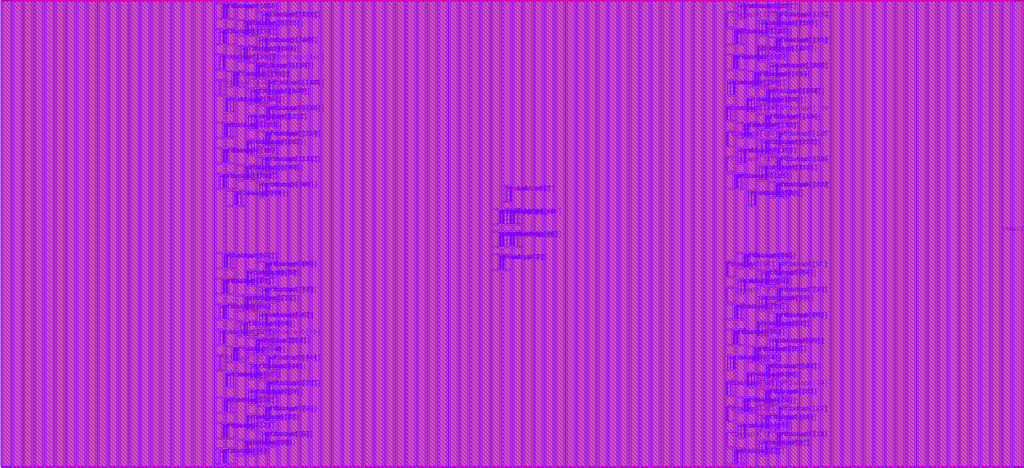
<source format=lef>
VERSION 5.8 ;
BUSBITCHARS "[]" ;
DIVIDERCHAR "/" ;

UNITS
  DATABASE MICRONS 4000 ;
END UNITS

PROPERTYDEFINITIONS
  MACRO hpml_layer STRING ;
  MACRO heml_layer STRING ;
END PROPERTYDEFINITIONS

MACRO arf184b256e1r1w0cbbehcaa4acw
  CLASS BLOCK ;
  FOREIGN arf184b256e1r1w0cbbehcaa4acw ;
  ORIGIN 0 0 ;
  SIZE 86.4 BY 39.36 ;
  PIN ckrdp0
    DIRECTION INPUT ;
    USE SIGNAL ;
    PORT
      LAYER m7 ;
        RECT 42.728 20.52 42.772 21.72 ;
    END
  END ckrdp0
  PIN ckwrp0
    DIRECTION INPUT ;
    USE SIGNAL ;
    PORT
      LAYER m7 ;
        RECT 42.084 18.6 42.128 19.8 ;
    END
  END ckwrp0
  PIN rdaddrp0[0]
    DIRECTION INPUT ;
    USE SIGNAL ;
    PORT
      LAYER m7 ;
        RECT 43.628 20.52 43.672 21.72 ;
    END
  END rdaddrp0[0]
  PIN rdaddrp0[1]
    DIRECTION INPUT ;
    USE SIGNAL ;
    PORT
      LAYER m7 ;
        RECT 42.084 20.52 42.128 21.72 ;
    END
  END rdaddrp0[1]
  PIN rdaddrp0[2]
    DIRECTION INPUT ;
    USE SIGNAL ;
    PORT
      LAYER m7 ;
        RECT 42.172 20.52 42.216 21.72 ;
    END
  END rdaddrp0[2]
  PIN rdaddrp0[3]
    DIRECTION INPUT ;
    USE SIGNAL ;
    PORT
      LAYER m7 ;
        RECT 42.384 20.52 42.428 21.72 ;
    END
  END rdaddrp0[3]
  PIN rdaddrp0[4]
    DIRECTION INPUT ;
    USE SIGNAL ;
    PORT
      LAYER m7 ;
        RECT 42.472 20.52 42.516 21.72 ;
    END
  END rdaddrp0[4]
  PIN rdaddrp0[5]
    DIRECTION INPUT ;
    USE SIGNAL ;
    PORT
      LAYER m7 ;
        RECT 42.728 22.44 42.772 23.64 ;
    END
  END rdaddrp0[5]
  PIN rdaddrp0[6]
    DIRECTION INPUT ;
    USE SIGNAL ;
    PORT
      LAYER m7 ;
        RECT 42.984 22.44 43.028 23.64 ;
    END
  END rdaddrp0[6]
  PIN rdaddrp0[7]
    DIRECTION INPUT ;
    USE SIGNAL ;
    PORT
      LAYER m7 ;
        RECT 43.072 22.44 43.116 23.64 ;
    END
  END rdaddrp0[7]
  PIN rdaddrp0_fd
    DIRECTION INPUT ;
    USE SIGNAL ;
    PORT
      LAYER m7 ;
        RECT 42.984 20.52 43.028 21.72 ;
    END
  END rdaddrp0_fd
  PIN rdaddrp0_rd
    DIRECTION INPUT ;
    USE SIGNAL ;
    PORT
      LAYER m7 ;
        RECT 43.072 20.52 43.116 21.72 ;
    END
  END rdaddrp0_rd
  PIN rdenp0
    DIRECTION INPUT ;
    USE SIGNAL ;
    PORT
      LAYER m7 ;
        RECT 43.284 20.52 43.328 21.72 ;
    END
  END rdenp0
  PIN sdl_initp0
    DIRECTION INPUT ;
    USE SIGNAL ;
    PORT
      LAYER m7 ;
        RECT 43.372 20.52 43.416 21.72 ;
    END
  END sdl_initp0
  PIN wraddrp0[0]
    DIRECTION INPUT ;
    USE SIGNAL ;
    PORT
      LAYER m7 ;
        RECT 43.072 18.6 43.116 19.8 ;
    END
  END wraddrp0[0]
  PIN wraddrp0[1]
    DIRECTION INPUT ;
    USE SIGNAL ;
    PORT
      LAYER m7 ;
        RECT 43.284 18.6 43.328 19.8 ;
    END
  END wraddrp0[1]
  PIN wraddrp0[2]
    DIRECTION INPUT ;
    USE SIGNAL ;
    PORT
      LAYER m7 ;
        RECT 43.372 18.6 43.416 19.8 ;
    END
  END wraddrp0[2]
  PIN wraddrp0[3]
    DIRECTION INPUT ;
    USE SIGNAL ;
    PORT
      LAYER m7 ;
        RECT 43.628 18.6 43.672 19.8 ;
    END
  END wraddrp0[3]
  PIN wraddrp0[4]
    DIRECTION INPUT ;
    USE SIGNAL ;
    PORT
      LAYER m7 ;
        RECT 42.084 16.68 42.128 17.88 ;
    END
  END wraddrp0[4]
  PIN wraddrp0[5]
    DIRECTION INPUT ;
    USE SIGNAL ;
    PORT
      LAYER m7 ;
        RECT 42.172 16.68 42.216 17.88 ;
    END
  END wraddrp0[5]
  PIN wraddrp0[6]
    DIRECTION INPUT ;
    USE SIGNAL ;
    PORT
      LAYER m7 ;
        RECT 42.384 16.68 42.428 17.88 ;
    END
  END wraddrp0[6]
  PIN wraddrp0[7]
    DIRECTION INPUT ;
    USE SIGNAL ;
    PORT
      LAYER m7 ;
        RECT 42.472 16.68 42.516 17.88 ;
    END
  END wraddrp0[7]
  PIN wraddrp0_fd
    DIRECTION INPUT ;
    USE SIGNAL ;
    PORT
      LAYER m7 ;
        RECT 42.172 18.6 42.216 19.8 ;
    END
  END wraddrp0_fd
  PIN wraddrp0_rd
    DIRECTION INPUT ;
    USE SIGNAL ;
    PORT
      LAYER m7 ;
        RECT 42.384 18.6 42.428 19.8 ;
    END
  END wraddrp0_rd
  PIN wrdatap0[0]
    DIRECTION INPUT ;
    USE SIGNAL ;
    PORT
      LAYER m7 ;
        RECT 18.428 0.24 18.472 1.44 ;
    END
  END wrdatap0[0]
  PIN wrdatap0[100]
    DIRECTION INPUT ;
    USE SIGNAL ;
    PORT
      LAYER m7 ;
        RECT 21.772 22.8 21.816 24 ;
    END
  END wrdatap0[100]
  PIN wrdatap0[101]
    DIRECTION INPUT ;
    USE SIGNAL ;
    PORT
      LAYER m7 ;
        RECT 22.028 22.8 22.072 24 ;
    END
  END wrdatap0[101]
  PIN wrdatap0[102]
    DIRECTION INPUT ;
    USE SIGNAL ;
    PORT
      LAYER m7 ;
        RECT 65.484 22.8 65.528 24 ;
    END
  END wrdatap0[102]
  PIN wrdatap0[103]
    DIRECTION INPUT ;
    USE SIGNAL ;
    PORT
      LAYER m7 ;
        RECT 65.572 22.8 65.616 24 ;
    END
  END wrdatap0[103]
  PIN wrdatap0[104]
    DIRECTION INPUT ;
    USE SIGNAL ;
    PORT
      LAYER m7 ;
        RECT 18.428 23.52 18.472 24.72 ;
    END
  END wrdatap0[104]
  PIN wrdatap0[105]
    DIRECTION INPUT ;
    USE SIGNAL ;
    PORT
      LAYER m7 ;
        RECT 18.684 23.52 18.728 24.72 ;
    END
  END wrdatap0[105]
  PIN wrdatap0[106]
    DIRECTION INPUT ;
    USE SIGNAL ;
    PORT
      LAYER m7 ;
        RECT 61.972 23.52 62.016 24.72 ;
    END
  END wrdatap0[106]
  PIN wrdatap0[107]
    DIRECTION INPUT ;
    USE SIGNAL ;
    PORT
      LAYER m7 ;
        RECT 62.184 23.52 62.228 24.72 ;
    END
  END wrdatap0[107]
  PIN wrdatap0[108]
    DIRECTION INPUT ;
    USE SIGNAL ;
    PORT
      LAYER m7 ;
        RECT 20.572 24.24 20.616 25.44 ;
    END
  END wrdatap0[108]
  PIN wrdatap0[109]
    DIRECTION INPUT ;
    USE SIGNAL ;
    PORT
      LAYER m7 ;
        RECT 20.784 24.24 20.828 25.44 ;
    END
  END wrdatap0[109]
  PIN wrdatap0[10]
    DIRECTION INPUT ;
    USE SIGNAL ;
    PORT
      LAYER m7 ;
        RECT 65.572 1.68 65.616 2.88 ;
    END
  END wrdatap0[10]
  PIN wrdatap0[110]
    DIRECTION INPUT ;
    USE SIGNAL ;
    PORT
      LAYER m7 ;
        RECT 64.072 24.24 64.116 25.44 ;
    END
  END wrdatap0[110]
  PIN wrdatap0[111]
    DIRECTION INPUT ;
    USE SIGNAL ;
    PORT
      LAYER m7 ;
        RECT 64.328 24.24 64.372 25.44 ;
    END
  END wrdatap0[111]
  PIN wrdatap0[112]
    DIRECTION INPUT ;
    USE SIGNAL ;
    PORT
      LAYER m7 ;
        RECT 22.028 24.96 22.072 26.16 ;
    END
  END wrdatap0[112]
  PIN wrdatap0[113]
    DIRECTION INPUT ;
    USE SIGNAL ;
    PORT
      LAYER m7 ;
        RECT 22.284 24.96 22.328 26.16 ;
    END
  END wrdatap0[113]
  PIN wrdatap0[114]
    DIRECTION INPUT ;
    USE SIGNAL ;
    PORT
      LAYER m7 ;
        RECT 65.572 24.96 65.616 26.16 ;
    END
  END wrdatap0[114]
  PIN wrdatap0[115]
    DIRECTION INPUT ;
    USE SIGNAL ;
    PORT
      LAYER m7 ;
        RECT 65.784 24.96 65.828 26.16 ;
    END
  END wrdatap0[115]
  PIN wrdatap0[116]
    DIRECTION INPUT ;
    USE SIGNAL ;
    PORT
      LAYER m7 ;
        RECT 18.684 25.68 18.728 26.88 ;
    END
  END wrdatap0[116]
  PIN wrdatap0[117]
    DIRECTION INPUT ;
    USE SIGNAL ;
    PORT
      LAYER m7 ;
        RECT 18.772 25.68 18.816 26.88 ;
    END
  END wrdatap0[117]
  PIN wrdatap0[118]
    DIRECTION INPUT ;
    USE SIGNAL ;
    PORT
      LAYER m7 ;
        RECT 62.272 25.68 62.316 26.88 ;
    END
  END wrdatap0[118]
  PIN wrdatap0[119]
    DIRECTION INPUT ;
    USE SIGNAL ;
    PORT
      LAYER m7 ;
        RECT 62.528 25.68 62.572 26.88 ;
    END
  END wrdatap0[119]
  PIN wrdatap0[11]
    DIRECTION INPUT ;
    USE SIGNAL ;
    PORT
      LAYER m7 ;
        RECT 65.784 1.68 65.828 2.88 ;
    END
  END wrdatap0[11]
  PIN wrdatap0[120]
    DIRECTION INPUT ;
    USE SIGNAL ;
    PORT
      LAYER m7 ;
        RECT 20.784 26.4 20.828 27.6 ;
    END
  END wrdatap0[120]
  PIN wrdatap0[121]
    DIRECTION INPUT ;
    USE SIGNAL ;
    PORT
      LAYER m7 ;
        RECT 20.872 26.4 20.916 27.6 ;
    END
  END wrdatap0[121]
  PIN wrdatap0[122]
    DIRECTION INPUT ;
    USE SIGNAL ;
    PORT
      LAYER m7 ;
        RECT 64.328 26.4 64.372 27.6 ;
    END
  END wrdatap0[122]
  PIN wrdatap0[123]
    DIRECTION INPUT ;
    USE SIGNAL ;
    PORT
      LAYER m7 ;
        RECT 64.584 26.4 64.628 27.6 ;
    END
  END wrdatap0[123]
  PIN wrdatap0[124]
    DIRECTION INPUT ;
    USE SIGNAL ;
    PORT
      LAYER m7 ;
        RECT 22.284 27.12 22.328 28.32 ;
    END
  END wrdatap0[124]
  PIN wrdatap0[125]
    DIRECTION INPUT ;
    USE SIGNAL ;
    PORT
      LAYER m7 ;
        RECT 22.372 27.12 22.416 28.32 ;
    END
  END wrdatap0[125]
  PIN wrdatap0[126]
    DIRECTION INPUT ;
    USE SIGNAL ;
    PORT
      LAYER m7 ;
        RECT 65.784 27.12 65.828 28.32 ;
    END
  END wrdatap0[126]
  PIN wrdatap0[127]
    DIRECTION INPUT ;
    USE SIGNAL ;
    PORT
      LAYER m7 ;
        RECT 65.872 27.12 65.916 28.32 ;
    END
  END wrdatap0[127]
  PIN wrdatap0[128]
    DIRECTION INPUT ;
    USE SIGNAL ;
    PORT
      LAYER m7 ;
        RECT 18.772 27.84 18.816 29.04 ;
    END
  END wrdatap0[128]
  PIN wrdatap0[129]
    DIRECTION INPUT ;
    USE SIGNAL ;
    PORT
      LAYER m7 ;
        RECT 18.984 27.84 19.028 29.04 ;
    END
  END wrdatap0[129]
  PIN wrdatap0[12]
    DIRECTION INPUT ;
    USE SIGNAL ;
    PORT
      LAYER m7 ;
        RECT 18.684 2.4 18.728 3.6 ;
    END
  END wrdatap0[12]
  PIN wrdatap0[130]
    DIRECTION INPUT ;
    USE SIGNAL ;
    PORT
      LAYER m7 ;
        RECT 62.784 27.84 62.828 29.04 ;
    END
  END wrdatap0[130]
  PIN wrdatap0[131]
    DIRECTION INPUT ;
    USE SIGNAL ;
    PORT
      LAYER m7 ;
        RECT 62.872 27.84 62.916 29.04 ;
    END
  END wrdatap0[131]
  PIN wrdatap0[132]
    DIRECTION INPUT ;
    USE SIGNAL ;
    PORT
      LAYER m7 ;
        RECT 20.872 28.56 20.916 29.76 ;
    END
  END wrdatap0[132]
  PIN wrdatap0[133]
    DIRECTION INPUT ;
    USE SIGNAL ;
    PORT
      LAYER m7 ;
        RECT 21.128 28.56 21.172 29.76 ;
    END
  END wrdatap0[133]
  PIN wrdatap0[134]
    DIRECTION INPUT ;
    USE SIGNAL ;
    PORT
      LAYER m7 ;
        RECT 64.584 28.56 64.628 29.76 ;
    END
  END wrdatap0[134]
  PIN wrdatap0[135]
    DIRECTION INPUT ;
    USE SIGNAL ;
    PORT
      LAYER m7 ;
        RECT 64.672 28.56 64.716 29.76 ;
    END
  END wrdatap0[135]
  PIN wrdatap0[136]
    DIRECTION INPUT ;
    USE SIGNAL ;
    PORT
      LAYER m7 ;
        RECT 22.372 29.28 22.416 30.48 ;
    END
  END wrdatap0[136]
  PIN wrdatap0[137]
    DIRECTION INPUT ;
    USE SIGNAL ;
    PORT
      LAYER m7 ;
        RECT 22.584 29.28 22.628 30.48 ;
    END
  END wrdatap0[137]
  PIN wrdatap0[138]
    DIRECTION INPUT ;
    USE SIGNAL ;
    PORT
      LAYER m7 ;
        RECT 65.872 29.28 65.916 30.48 ;
    END
  END wrdatap0[138]
  PIN wrdatap0[139]
    DIRECTION INPUT ;
    USE SIGNAL ;
    PORT
      LAYER m7 ;
        RECT 61.284 29.28 61.328 30.48 ;
    END
  END wrdatap0[139]
  PIN wrdatap0[13]
    DIRECTION INPUT ;
    USE SIGNAL ;
    PORT
      LAYER m7 ;
        RECT 18.772 2.4 18.816 3.6 ;
    END
  END wrdatap0[13]
  PIN wrdatap0[140]
    DIRECTION INPUT ;
    USE SIGNAL ;
    PORT
      LAYER m7 ;
        RECT 18.984 30 19.028 31.2 ;
    END
  END wrdatap0[140]
  PIN wrdatap0[141]
    DIRECTION INPUT ;
    USE SIGNAL ;
    PORT
      LAYER m7 ;
        RECT 19.072 30 19.116 31.2 ;
    END
  END wrdatap0[141]
  PIN wrdatap0[142]
    DIRECTION INPUT ;
    USE SIGNAL ;
    PORT
      LAYER m7 ;
        RECT 63.084 30 63.128 31.2 ;
    END
  END wrdatap0[142]
  PIN wrdatap0[143]
    DIRECTION INPUT ;
    USE SIGNAL ;
    PORT
      LAYER m7 ;
        RECT 63.172 30 63.216 31.2 ;
    END
  END wrdatap0[143]
  PIN wrdatap0[144]
    DIRECTION INPUT ;
    USE SIGNAL ;
    PORT
      LAYER m7 ;
        RECT 21.128 30.72 21.172 31.92 ;
    END
  END wrdatap0[144]
  PIN wrdatap0[145]
    DIRECTION INPUT ;
    USE SIGNAL ;
    PORT
      LAYER m7 ;
        RECT 21.384 30.72 21.428 31.92 ;
    END
  END wrdatap0[145]
  PIN wrdatap0[146]
    DIRECTION INPUT ;
    USE SIGNAL ;
    PORT
      LAYER m7 ;
        RECT 64.672 30.72 64.716 31.92 ;
    END
  END wrdatap0[146]
  PIN wrdatap0[147]
    DIRECTION INPUT ;
    USE SIGNAL ;
    PORT
      LAYER m7 ;
        RECT 64.884 30.72 64.928 31.92 ;
    END
  END wrdatap0[147]
  PIN wrdatap0[148]
    DIRECTION INPUT ;
    USE SIGNAL ;
    PORT
      LAYER m7 ;
        RECT 22.584 31.44 22.628 32.64 ;
    END
  END wrdatap0[148]
  PIN wrdatap0[149]
    DIRECTION INPUT ;
    USE SIGNAL ;
    PORT
      LAYER m7 ;
        RECT 22.672 31.44 22.716 32.64 ;
    END
  END wrdatap0[149]
  PIN wrdatap0[14]
    DIRECTION INPUT ;
    USE SIGNAL ;
    PORT
      LAYER m7 ;
        RECT 62.272 2.4 62.316 3.6 ;
    END
  END wrdatap0[14]
  PIN wrdatap0[150]
    DIRECTION INPUT ;
    USE SIGNAL ;
    PORT
      LAYER m7 ;
        RECT 61.372 31.44 61.416 32.64 ;
    END
  END wrdatap0[150]
  PIN wrdatap0[151]
    DIRECTION INPUT ;
    USE SIGNAL ;
    PORT
      LAYER m7 ;
        RECT 61.628 31.44 61.672 32.64 ;
    END
  END wrdatap0[151]
  PIN wrdatap0[152]
    DIRECTION INPUT ;
    USE SIGNAL ;
    PORT
      LAYER m7 ;
        RECT 19.584 32.16 19.628 33.36 ;
    END
  END wrdatap0[152]
  PIN wrdatap0[153]
    DIRECTION INPUT ;
    USE SIGNAL ;
    PORT
      LAYER m7 ;
        RECT 19.672 32.16 19.716 33.36 ;
    END
  END wrdatap0[153]
  PIN wrdatap0[154]
    DIRECTION INPUT ;
    USE SIGNAL ;
    PORT
      LAYER m7 ;
        RECT 63.684 32.16 63.728 33.36 ;
    END
  END wrdatap0[154]
  PIN wrdatap0[155]
    DIRECTION INPUT ;
    USE SIGNAL ;
    PORT
      LAYER m7 ;
        RECT 63.772 32.16 63.816 33.36 ;
    END
  END wrdatap0[155]
  PIN wrdatap0[156]
    DIRECTION INPUT ;
    USE SIGNAL ;
    PORT
      LAYER m7 ;
        RECT 21.472 32.88 21.516 34.08 ;
    END
  END wrdatap0[156]
  PIN wrdatap0[157]
    DIRECTION INPUT ;
    USE SIGNAL ;
    PORT
      LAYER m7 ;
        RECT 21.684 32.88 21.728 34.08 ;
    END
  END wrdatap0[157]
  PIN wrdatap0[158]
    DIRECTION INPUT ;
    USE SIGNAL ;
    PORT
      LAYER m7 ;
        RECT 64.972 32.88 65.016 34.08 ;
    END
  END wrdatap0[158]
  PIN wrdatap0[159]
    DIRECTION INPUT ;
    USE SIGNAL ;
    PORT
      LAYER m7 ;
        RECT 65.228 32.88 65.272 34.08 ;
    END
  END wrdatap0[159]
  PIN wrdatap0[15]
    DIRECTION INPUT ;
    USE SIGNAL ;
    PORT
      LAYER m7 ;
        RECT 62.528 2.4 62.572 3.6 ;
    END
  END wrdatap0[15]
  PIN wrdatap0[160]
    DIRECTION INPUT ;
    USE SIGNAL ;
    PORT
      LAYER m7 ;
        RECT 22.928 33.6 22.972 34.8 ;
    END
  END wrdatap0[160]
  PIN wrdatap0[161]
    DIRECTION INPUT ;
    USE SIGNAL ;
    PORT
      LAYER m7 ;
        RECT 18.428 33.6 18.472 34.8 ;
    END
  END wrdatap0[161]
  PIN wrdatap0[162]
    DIRECTION INPUT ;
    USE SIGNAL ;
    PORT
      LAYER m7 ;
        RECT 61.884 33.6 61.928 34.8 ;
    END
  END wrdatap0[162]
  PIN wrdatap0[163]
    DIRECTION INPUT ;
    USE SIGNAL ;
    PORT
      LAYER m7 ;
        RECT 61.972 33.6 62.016 34.8 ;
    END
  END wrdatap0[163]
  PIN wrdatap0[164]
    DIRECTION INPUT ;
    USE SIGNAL ;
    PORT
      LAYER m7 ;
        RECT 20.228 34.32 20.272 35.52 ;
    END
  END wrdatap0[164]
  PIN wrdatap0[165]
    DIRECTION INPUT ;
    USE SIGNAL ;
    PORT
      LAYER m7 ;
        RECT 20.484 34.32 20.528 35.52 ;
    END
  END wrdatap0[165]
  PIN wrdatap0[166]
    DIRECTION INPUT ;
    USE SIGNAL ;
    PORT
      LAYER m7 ;
        RECT 63.984 34.32 64.028 35.52 ;
    END
  END wrdatap0[166]
  PIN wrdatap0[167]
    DIRECTION INPUT ;
    USE SIGNAL ;
    PORT
      LAYER m7 ;
        RECT 64.072 34.32 64.116 35.52 ;
    END
  END wrdatap0[167]
  PIN wrdatap0[168]
    DIRECTION INPUT ;
    USE SIGNAL ;
    PORT
      LAYER m7 ;
        RECT 21.772 35.04 21.816 36.24 ;
    END
  END wrdatap0[168]
  PIN wrdatap0[169]
    DIRECTION INPUT ;
    USE SIGNAL ;
    PORT
      LAYER m7 ;
        RECT 22.028 35.04 22.072 36.24 ;
    END
  END wrdatap0[169]
  PIN wrdatap0[16]
    DIRECTION INPUT ;
    USE SIGNAL ;
    PORT
      LAYER m7 ;
        RECT 20.784 3.12 20.828 4.32 ;
    END
  END wrdatap0[16]
  PIN wrdatap0[170]
    DIRECTION INPUT ;
    USE SIGNAL ;
    PORT
      LAYER m7 ;
        RECT 65.484 35.04 65.528 36.24 ;
    END
  END wrdatap0[170]
  PIN wrdatap0[171]
    DIRECTION INPUT ;
    USE SIGNAL ;
    PORT
      LAYER m7 ;
        RECT 65.572 35.04 65.616 36.24 ;
    END
  END wrdatap0[171]
  PIN wrdatap0[172]
    DIRECTION INPUT ;
    USE SIGNAL ;
    PORT
      LAYER m7 ;
        RECT 18.428 35.76 18.472 36.96 ;
    END
  END wrdatap0[172]
  PIN wrdatap0[173]
    DIRECTION INPUT ;
    USE SIGNAL ;
    PORT
      LAYER m7 ;
        RECT 18.684 35.76 18.728 36.96 ;
    END
  END wrdatap0[173]
  PIN wrdatap0[174]
    DIRECTION INPUT ;
    USE SIGNAL ;
    PORT
      LAYER m7 ;
        RECT 61.972 35.76 62.016 36.96 ;
    END
  END wrdatap0[174]
  PIN wrdatap0[175]
    DIRECTION INPUT ;
    USE SIGNAL ;
    PORT
      LAYER m7 ;
        RECT 62.184 35.76 62.228 36.96 ;
    END
  END wrdatap0[175]
  PIN wrdatap0[176]
    DIRECTION INPUT ;
    USE SIGNAL ;
    PORT
      LAYER m7 ;
        RECT 20.572 36.48 20.616 37.68 ;
    END
  END wrdatap0[176]
  PIN wrdatap0[177]
    DIRECTION INPUT ;
    USE SIGNAL ;
    PORT
      LAYER m7 ;
        RECT 20.784 36.48 20.828 37.68 ;
    END
  END wrdatap0[177]
  PIN wrdatap0[178]
    DIRECTION INPUT ;
    USE SIGNAL ;
    PORT
      LAYER m7 ;
        RECT 64.072 36.48 64.116 37.68 ;
    END
  END wrdatap0[178]
  PIN wrdatap0[179]
    DIRECTION INPUT ;
    USE SIGNAL ;
    PORT
      LAYER m7 ;
        RECT 64.328 36.48 64.372 37.68 ;
    END
  END wrdatap0[179]
  PIN wrdatap0[17]
    DIRECTION INPUT ;
    USE SIGNAL ;
    PORT
      LAYER m7 ;
        RECT 20.872 3.12 20.916 4.32 ;
    END
  END wrdatap0[17]
  PIN wrdatap0[180]
    DIRECTION INPUT ;
    USE SIGNAL ;
    PORT
      LAYER m7 ;
        RECT 22.028 37.2 22.072 38.4 ;
    END
  END wrdatap0[180]
  PIN wrdatap0[181]
    DIRECTION INPUT ;
    USE SIGNAL ;
    PORT
      LAYER m7 ;
        RECT 22.284 37.2 22.328 38.4 ;
    END
  END wrdatap0[181]
  PIN wrdatap0[182]
    DIRECTION INPUT ;
    USE SIGNAL ;
    PORT
      LAYER m7 ;
        RECT 65.572 37.2 65.616 38.4 ;
    END
  END wrdatap0[182]
  PIN wrdatap0[183]
    DIRECTION INPUT ;
    USE SIGNAL ;
    PORT
      LAYER m7 ;
        RECT 65.784 37.2 65.828 38.4 ;
    END
  END wrdatap0[183]
  PIN wrdatap0[184]
    DIRECTION INPUT ;
    USE SIGNAL ;
    PORT
      LAYER m7 ;
        RECT 18.684 37.92 18.728 39.12 ;
    END
  END wrdatap0[184]
  PIN wrdatap0[185]
    DIRECTION INPUT ;
    USE SIGNAL ;
    PORT
      LAYER m7 ;
        RECT 18.772 37.92 18.816 39.12 ;
    END
  END wrdatap0[185]
  PIN wrdatap0[186]
    DIRECTION INPUT ;
    USE SIGNAL ;
    PORT
      LAYER m7 ;
        RECT 62.272 37.92 62.316 39.12 ;
    END
  END wrdatap0[186]
  PIN wrdatap0[187]
    DIRECTION INPUT ;
    USE SIGNAL ;
    PORT
      LAYER m7 ;
        RECT 62.528 37.92 62.572 39.12 ;
    END
  END wrdatap0[187]
  PIN wrdatap0[18]
    DIRECTION INPUT ;
    USE SIGNAL ;
    PORT
      LAYER m7 ;
        RECT 64.328 3.12 64.372 4.32 ;
    END
  END wrdatap0[18]
  PIN wrdatap0[19]
    DIRECTION INPUT ;
    USE SIGNAL ;
    PORT
      LAYER m7 ;
        RECT 64.584 3.12 64.628 4.32 ;
    END
  END wrdatap0[19]
  PIN wrdatap0[1]
    DIRECTION INPUT ;
    USE SIGNAL ;
    PORT
      LAYER m7 ;
        RECT 18.684 0.24 18.728 1.44 ;
    END
  END wrdatap0[1]
  PIN wrdatap0[20]
    DIRECTION INPUT ;
    USE SIGNAL ;
    PORT
      LAYER m7 ;
        RECT 22.284 3.84 22.328 5.04 ;
    END
  END wrdatap0[20]
  PIN wrdatap0[21]
    DIRECTION INPUT ;
    USE SIGNAL ;
    PORT
      LAYER m7 ;
        RECT 22.372 3.84 22.416 5.04 ;
    END
  END wrdatap0[21]
  PIN wrdatap0[22]
    DIRECTION INPUT ;
    USE SIGNAL ;
    PORT
      LAYER m7 ;
        RECT 65.784 3.84 65.828 5.04 ;
    END
  END wrdatap0[22]
  PIN wrdatap0[23]
    DIRECTION INPUT ;
    USE SIGNAL ;
    PORT
      LAYER m7 ;
        RECT 65.872 3.84 65.916 5.04 ;
    END
  END wrdatap0[23]
  PIN wrdatap0[24]
    DIRECTION INPUT ;
    USE SIGNAL ;
    PORT
      LAYER m7 ;
        RECT 18.772 4.56 18.816 5.76 ;
    END
  END wrdatap0[24]
  PIN wrdatap0[25]
    DIRECTION INPUT ;
    USE SIGNAL ;
    PORT
      LAYER m7 ;
        RECT 18.984 4.56 19.028 5.76 ;
    END
  END wrdatap0[25]
  PIN wrdatap0[26]
    DIRECTION INPUT ;
    USE SIGNAL ;
    PORT
      LAYER m7 ;
        RECT 62.784 4.56 62.828 5.76 ;
    END
  END wrdatap0[26]
  PIN wrdatap0[27]
    DIRECTION INPUT ;
    USE SIGNAL ;
    PORT
      LAYER m7 ;
        RECT 62.872 4.56 62.916 5.76 ;
    END
  END wrdatap0[27]
  PIN wrdatap0[28]
    DIRECTION INPUT ;
    USE SIGNAL ;
    PORT
      LAYER m7 ;
        RECT 20.872 5.28 20.916 6.48 ;
    END
  END wrdatap0[28]
  PIN wrdatap0[29]
    DIRECTION INPUT ;
    USE SIGNAL ;
    PORT
      LAYER m7 ;
        RECT 21.128 5.28 21.172 6.48 ;
    END
  END wrdatap0[29]
  PIN wrdatap0[2]
    DIRECTION INPUT ;
    USE SIGNAL ;
    PORT
      LAYER m7 ;
        RECT 61.972 0.24 62.016 1.44 ;
    END
  END wrdatap0[2]
  PIN wrdatap0[30]
    DIRECTION INPUT ;
    USE SIGNAL ;
    PORT
      LAYER m7 ;
        RECT 64.584 5.28 64.628 6.48 ;
    END
  END wrdatap0[30]
  PIN wrdatap0[31]
    DIRECTION INPUT ;
    USE SIGNAL ;
    PORT
      LAYER m7 ;
        RECT 64.672 5.28 64.716 6.48 ;
    END
  END wrdatap0[31]
  PIN wrdatap0[32]
    DIRECTION INPUT ;
    USE SIGNAL ;
    PORT
      LAYER m7 ;
        RECT 22.372 6 22.416 7.2 ;
    END
  END wrdatap0[32]
  PIN wrdatap0[33]
    DIRECTION INPUT ;
    USE SIGNAL ;
    PORT
      LAYER m7 ;
        RECT 22.584 6 22.628 7.2 ;
    END
  END wrdatap0[33]
  PIN wrdatap0[34]
    DIRECTION INPUT ;
    USE SIGNAL ;
    PORT
      LAYER m7 ;
        RECT 65.872 6 65.916 7.2 ;
    END
  END wrdatap0[34]
  PIN wrdatap0[35]
    DIRECTION INPUT ;
    USE SIGNAL ;
    PORT
      LAYER m7 ;
        RECT 61.284 6 61.328 7.2 ;
    END
  END wrdatap0[35]
  PIN wrdatap0[36]
    DIRECTION INPUT ;
    USE SIGNAL ;
    PORT
      LAYER m7 ;
        RECT 18.984 6.72 19.028 7.92 ;
    END
  END wrdatap0[36]
  PIN wrdatap0[37]
    DIRECTION INPUT ;
    USE SIGNAL ;
    PORT
      LAYER m7 ;
        RECT 19.072 6.72 19.116 7.92 ;
    END
  END wrdatap0[37]
  PIN wrdatap0[38]
    DIRECTION INPUT ;
    USE SIGNAL ;
    PORT
      LAYER m7 ;
        RECT 63.084 6.72 63.128 7.92 ;
    END
  END wrdatap0[38]
  PIN wrdatap0[39]
    DIRECTION INPUT ;
    USE SIGNAL ;
    PORT
      LAYER m7 ;
        RECT 63.172 6.72 63.216 7.92 ;
    END
  END wrdatap0[39]
  PIN wrdatap0[3]
    DIRECTION INPUT ;
    USE SIGNAL ;
    PORT
      LAYER m7 ;
        RECT 62.184 0.24 62.228 1.44 ;
    END
  END wrdatap0[3]
  PIN wrdatap0[40]
    DIRECTION INPUT ;
    USE SIGNAL ;
    PORT
      LAYER m7 ;
        RECT 21.128 7.44 21.172 8.64 ;
    END
  END wrdatap0[40]
  PIN wrdatap0[41]
    DIRECTION INPUT ;
    USE SIGNAL ;
    PORT
      LAYER m7 ;
        RECT 21.384 7.44 21.428 8.64 ;
    END
  END wrdatap0[41]
  PIN wrdatap0[42]
    DIRECTION INPUT ;
    USE SIGNAL ;
    PORT
      LAYER m7 ;
        RECT 64.672 7.44 64.716 8.64 ;
    END
  END wrdatap0[42]
  PIN wrdatap0[43]
    DIRECTION INPUT ;
    USE SIGNAL ;
    PORT
      LAYER m7 ;
        RECT 64.884 7.44 64.928 8.64 ;
    END
  END wrdatap0[43]
  PIN wrdatap0[44]
    DIRECTION INPUT ;
    USE SIGNAL ;
    PORT
      LAYER m7 ;
        RECT 22.584 8.16 22.628 9.36 ;
    END
  END wrdatap0[44]
  PIN wrdatap0[45]
    DIRECTION INPUT ;
    USE SIGNAL ;
    PORT
      LAYER m7 ;
        RECT 22.672 8.16 22.716 9.36 ;
    END
  END wrdatap0[45]
  PIN wrdatap0[46]
    DIRECTION INPUT ;
    USE SIGNAL ;
    PORT
      LAYER m7 ;
        RECT 61.372 8.16 61.416 9.36 ;
    END
  END wrdatap0[46]
  PIN wrdatap0[47]
    DIRECTION INPUT ;
    USE SIGNAL ;
    PORT
      LAYER m7 ;
        RECT 61.628 8.16 61.672 9.36 ;
    END
  END wrdatap0[47]
  PIN wrdatap0[48]
    DIRECTION INPUT ;
    USE SIGNAL ;
    PORT
      LAYER m7 ;
        RECT 19.584 8.88 19.628 10.08 ;
    END
  END wrdatap0[48]
  PIN wrdatap0[49]
    DIRECTION INPUT ;
    USE SIGNAL ;
    PORT
      LAYER m7 ;
        RECT 19.672 8.88 19.716 10.08 ;
    END
  END wrdatap0[49]
  PIN wrdatap0[4]
    DIRECTION INPUT ;
    USE SIGNAL ;
    PORT
      LAYER m7 ;
        RECT 20.572 0.96 20.616 2.16 ;
    END
  END wrdatap0[4]
  PIN wrdatap0[50]
    DIRECTION INPUT ;
    USE SIGNAL ;
    PORT
      LAYER m7 ;
        RECT 63.684 8.88 63.728 10.08 ;
    END
  END wrdatap0[50]
  PIN wrdatap0[51]
    DIRECTION INPUT ;
    USE SIGNAL ;
    PORT
      LAYER m7 ;
        RECT 63.772 8.88 63.816 10.08 ;
    END
  END wrdatap0[51]
  PIN wrdatap0[52]
    DIRECTION INPUT ;
    USE SIGNAL ;
    PORT
      LAYER m7 ;
        RECT 21.472 9.6 21.516 10.8 ;
    END
  END wrdatap0[52]
  PIN wrdatap0[53]
    DIRECTION INPUT ;
    USE SIGNAL ;
    PORT
      LAYER m7 ;
        RECT 21.684 9.6 21.728 10.8 ;
    END
  END wrdatap0[53]
  PIN wrdatap0[54]
    DIRECTION INPUT ;
    USE SIGNAL ;
    PORT
      LAYER m7 ;
        RECT 64.972 9.6 65.016 10.8 ;
    END
  END wrdatap0[54]
  PIN wrdatap0[55]
    DIRECTION INPUT ;
    USE SIGNAL ;
    PORT
      LAYER m7 ;
        RECT 65.228 9.6 65.272 10.8 ;
    END
  END wrdatap0[55]
  PIN wrdatap0[56]
    DIRECTION INPUT ;
    USE SIGNAL ;
    PORT
      LAYER m7 ;
        RECT 22.928 10.32 22.972 11.52 ;
    END
  END wrdatap0[56]
  PIN wrdatap0[57]
    DIRECTION INPUT ;
    USE SIGNAL ;
    PORT
      LAYER m7 ;
        RECT 18.428 10.32 18.472 11.52 ;
    END
  END wrdatap0[57]
  PIN wrdatap0[58]
    DIRECTION INPUT ;
    USE SIGNAL ;
    PORT
      LAYER m7 ;
        RECT 61.884 10.32 61.928 11.52 ;
    END
  END wrdatap0[58]
  PIN wrdatap0[59]
    DIRECTION INPUT ;
    USE SIGNAL ;
    PORT
      LAYER m7 ;
        RECT 61.972 10.32 62.016 11.52 ;
    END
  END wrdatap0[59]
  PIN wrdatap0[5]
    DIRECTION INPUT ;
    USE SIGNAL ;
    PORT
      LAYER m7 ;
        RECT 20.784 0.96 20.828 2.16 ;
    END
  END wrdatap0[5]
  PIN wrdatap0[60]
    DIRECTION INPUT ;
    USE SIGNAL ;
    PORT
      LAYER m7 ;
        RECT 20.228 11.04 20.272 12.24 ;
    END
  END wrdatap0[60]
  PIN wrdatap0[61]
    DIRECTION INPUT ;
    USE SIGNAL ;
    PORT
      LAYER m7 ;
        RECT 20.484 11.04 20.528 12.24 ;
    END
  END wrdatap0[61]
  PIN wrdatap0[62]
    DIRECTION INPUT ;
    USE SIGNAL ;
    PORT
      LAYER m7 ;
        RECT 63.984 11.04 64.028 12.24 ;
    END
  END wrdatap0[62]
  PIN wrdatap0[63]
    DIRECTION INPUT ;
    USE SIGNAL ;
    PORT
      LAYER m7 ;
        RECT 64.072 11.04 64.116 12.24 ;
    END
  END wrdatap0[63]
  PIN wrdatap0[64]
    DIRECTION INPUT ;
    USE SIGNAL ;
    PORT
      LAYER m7 ;
        RECT 21.772 11.76 21.816 12.96 ;
    END
  END wrdatap0[64]
  PIN wrdatap0[65]
    DIRECTION INPUT ;
    USE SIGNAL ;
    PORT
      LAYER m7 ;
        RECT 22.028 11.76 22.072 12.96 ;
    END
  END wrdatap0[65]
  PIN wrdatap0[66]
    DIRECTION INPUT ;
    USE SIGNAL ;
    PORT
      LAYER m7 ;
        RECT 65.484 11.76 65.528 12.96 ;
    END
  END wrdatap0[66]
  PIN wrdatap0[67]
    DIRECTION INPUT ;
    USE SIGNAL ;
    PORT
      LAYER m7 ;
        RECT 65.572 11.76 65.616 12.96 ;
    END
  END wrdatap0[67]
  PIN wrdatap0[68]
    DIRECTION INPUT ;
    USE SIGNAL ;
    PORT
      LAYER m7 ;
        RECT 18.428 12.48 18.472 13.68 ;
    END
  END wrdatap0[68]
  PIN wrdatap0[69]
    DIRECTION INPUT ;
    USE SIGNAL ;
    PORT
      LAYER m7 ;
        RECT 18.684 12.48 18.728 13.68 ;
    END
  END wrdatap0[69]
  PIN wrdatap0[6]
    DIRECTION INPUT ;
    USE SIGNAL ;
    PORT
      LAYER m7 ;
        RECT 64.072 0.96 64.116 2.16 ;
    END
  END wrdatap0[6]
  PIN wrdatap0[70]
    DIRECTION INPUT ;
    USE SIGNAL ;
    PORT
      LAYER m7 ;
        RECT 61.972 12.48 62.016 13.68 ;
    END
  END wrdatap0[70]
  PIN wrdatap0[71]
    DIRECTION INPUT ;
    USE SIGNAL ;
    PORT
      LAYER m7 ;
        RECT 62.184 12.48 62.228 13.68 ;
    END
  END wrdatap0[71]
  PIN wrdatap0[72]
    DIRECTION INPUT ;
    USE SIGNAL ;
    PORT
      LAYER m7 ;
        RECT 20.572 13.2 20.616 14.4 ;
    END
  END wrdatap0[72]
  PIN wrdatap0[73]
    DIRECTION INPUT ;
    USE SIGNAL ;
    PORT
      LAYER m7 ;
        RECT 20.784 13.2 20.828 14.4 ;
    END
  END wrdatap0[73]
  PIN wrdatap0[74]
    DIRECTION INPUT ;
    USE SIGNAL ;
    PORT
      LAYER m7 ;
        RECT 64.072 13.2 64.116 14.4 ;
    END
  END wrdatap0[74]
  PIN wrdatap0[75]
    DIRECTION INPUT ;
    USE SIGNAL ;
    PORT
      LAYER m7 ;
        RECT 64.328 13.2 64.372 14.4 ;
    END
  END wrdatap0[75]
  PIN wrdatap0[76]
    DIRECTION INPUT ;
    USE SIGNAL ;
    PORT
      LAYER m7 ;
        RECT 22.028 13.92 22.072 15.12 ;
    END
  END wrdatap0[76]
  PIN wrdatap0[77]
    DIRECTION INPUT ;
    USE SIGNAL ;
    PORT
      LAYER m7 ;
        RECT 22.284 13.92 22.328 15.12 ;
    END
  END wrdatap0[77]
  PIN wrdatap0[78]
    DIRECTION INPUT ;
    USE SIGNAL ;
    PORT
      LAYER m7 ;
        RECT 65.572 13.92 65.616 15.12 ;
    END
  END wrdatap0[78]
  PIN wrdatap0[79]
    DIRECTION INPUT ;
    USE SIGNAL ;
    PORT
      LAYER m7 ;
        RECT 65.784 13.92 65.828 15.12 ;
    END
  END wrdatap0[79]
  PIN wrdatap0[7]
    DIRECTION INPUT ;
    USE SIGNAL ;
    PORT
      LAYER m7 ;
        RECT 64.328 0.96 64.372 2.16 ;
    END
  END wrdatap0[7]
  PIN wrdatap0[80]
    DIRECTION INPUT ;
    USE SIGNAL ;
    PORT
      LAYER m7 ;
        RECT 18.684 14.64 18.728 15.84 ;
    END
  END wrdatap0[80]
  PIN wrdatap0[81]
    DIRECTION INPUT ;
    USE SIGNAL ;
    PORT
      LAYER m7 ;
        RECT 18.772 14.64 18.816 15.84 ;
    END
  END wrdatap0[81]
  PIN wrdatap0[82]
    DIRECTION INPUT ;
    USE SIGNAL ;
    PORT
      LAYER m7 ;
        RECT 62.272 14.64 62.316 15.84 ;
    END
  END wrdatap0[82]
  PIN wrdatap0[83]
    DIRECTION INPUT ;
    USE SIGNAL ;
    PORT
      LAYER m7 ;
        RECT 62.528 14.64 62.572 15.84 ;
    END
  END wrdatap0[83]
  PIN wrdatap0[84]
    DIRECTION INPUT ;
    USE SIGNAL ;
    PORT
      LAYER m7 ;
        RECT 20.784 15.36 20.828 16.56 ;
    END
  END wrdatap0[84]
  PIN wrdatap0[85]
    DIRECTION INPUT ;
    USE SIGNAL ;
    PORT
      LAYER m7 ;
        RECT 20.872 15.36 20.916 16.56 ;
    END
  END wrdatap0[85]
  PIN wrdatap0[86]
    DIRECTION INPUT ;
    USE SIGNAL ;
    PORT
      LAYER m7 ;
        RECT 64.328 15.36 64.372 16.56 ;
    END
  END wrdatap0[86]
  PIN wrdatap0[87]
    DIRECTION INPUT ;
    USE SIGNAL ;
    PORT
      LAYER m7 ;
        RECT 64.584 15.36 64.628 16.56 ;
    END
  END wrdatap0[87]
  PIN wrdatap0[88]
    DIRECTION INPUT ;
    USE SIGNAL ;
    PORT
      LAYER m7 ;
        RECT 22.284 16.08 22.328 17.28 ;
    END
  END wrdatap0[88]
  PIN wrdatap0[89]
    DIRECTION INPUT ;
    USE SIGNAL ;
    PORT
      LAYER m7 ;
        RECT 22.372 16.08 22.416 17.28 ;
    END
  END wrdatap0[89]
  PIN wrdatap0[8]
    DIRECTION INPUT ;
    USE SIGNAL ;
    PORT
      LAYER m7 ;
        RECT 22.028 1.68 22.072 2.88 ;
    END
  END wrdatap0[8]
  PIN wrdatap0[90]
    DIRECTION INPUT ;
    USE SIGNAL ;
    PORT
      LAYER m7 ;
        RECT 65.784 16.08 65.828 17.28 ;
    END
  END wrdatap0[90]
  PIN wrdatap0[91]
    DIRECTION INPUT ;
    USE SIGNAL ;
    PORT
      LAYER m7 ;
        RECT 65.872 16.08 65.916 17.28 ;
    END
  END wrdatap0[91]
  PIN wrdatap0[92]
    DIRECTION INPUT ;
    USE SIGNAL ;
    PORT
      LAYER m7 ;
        RECT 18.772 16.8 18.816 18 ;
    END
  END wrdatap0[92]
  PIN wrdatap0[93]
    DIRECTION INPUT ;
    USE SIGNAL ;
    PORT
      LAYER m7 ;
        RECT 18.984 16.8 19.028 18 ;
    END
  END wrdatap0[93]
  PIN wrdatap0[94]
    DIRECTION INPUT ;
    USE SIGNAL ;
    PORT
      LAYER m7 ;
        RECT 62.784 16.8 62.828 18 ;
    END
  END wrdatap0[94]
  PIN wrdatap0[95]
    DIRECTION INPUT ;
    USE SIGNAL ;
    PORT
      LAYER m7 ;
        RECT 62.872 16.8 62.916 18 ;
    END
  END wrdatap0[95]
  PIN wrdatap0[96]
    DIRECTION INPUT ;
    USE SIGNAL ;
    PORT
      LAYER m7 ;
        RECT 19.672 22.08 19.716 23.28 ;
    END
  END wrdatap0[96]
  PIN wrdatap0[97]
    DIRECTION INPUT ;
    USE SIGNAL ;
    PORT
      LAYER m7 ;
        RECT 19.884 22.08 19.928 23.28 ;
    END
  END wrdatap0[97]
  PIN wrdatap0[98]
    DIRECTION INPUT ;
    USE SIGNAL ;
    PORT
      LAYER m7 ;
        RECT 63.172 22.08 63.216 23.28 ;
    END
  END wrdatap0[98]
  PIN wrdatap0[99]
    DIRECTION INPUT ;
    USE SIGNAL ;
    PORT
      LAYER m7 ;
        RECT 63.428 22.08 63.472 23.28 ;
    END
  END wrdatap0[99]
  PIN wrdatap0[9]
    DIRECTION INPUT ;
    USE SIGNAL ;
    PORT
      LAYER m7 ;
        RECT 22.284 1.68 22.328 2.88 ;
    END
  END wrdatap0[9]
  PIN wrdatap0_fd
    DIRECTION INPUT ;
    USE SIGNAL ;
    PORT
      LAYER m7 ;
        RECT 42.728 18.6 42.772 19.8 ;
    END
  END wrdatap0_fd
  PIN wrdatap0_rd
    DIRECTION INPUT ;
    USE SIGNAL ;
    PORT
      LAYER m7 ;
        RECT 42.984 18.6 43.028 19.8 ;
    END
  END wrdatap0_rd
  PIN wrenp0
    DIRECTION INPUT ;
    USE SIGNAL ;
    PORT
      LAYER m7 ;
        RECT 42.472 18.6 42.516 19.8 ;
    END
  END wrenp0
  PIN rddatap0[0]
    DIRECTION OUTPUT ;
    USE SIGNAL ;
    PORT
      LAYER m7 ;
        RECT 18.772 0.24 18.816 1.44 ;
    END
  END rddatap0[0]
  PIN rddatap0[100]
    DIRECTION OUTPUT ;
    USE SIGNAL ;
    PORT
      LAYER m7 ;
        RECT 22.284 22.8 22.328 24 ;
    END
  END rddatap0[100]
  PIN rddatap0[101]
    DIRECTION OUTPUT ;
    USE SIGNAL ;
    PORT
      LAYER m7 ;
        RECT 22.372 22.8 22.416 24 ;
    END
  END rddatap0[101]
  PIN rddatap0[102]
    DIRECTION OUTPUT ;
    USE SIGNAL ;
    PORT
      LAYER m7 ;
        RECT 65.784 22.8 65.828 24 ;
    END
  END rddatap0[102]
  PIN rddatap0[103]
    DIRECTION OUTPUT ;
    USE SIGNAL ;
    PORT
      LAYER m7 ;
        RECT 65.872 22.8 65.916 24 ;
    END
  END rddatap0[103]
  PIN rddatap0[104]
    DIRECTION OUTPUT ;
    USE SIGNAL ;
    PORT
      LAYER m7 ;
        RECT 18.772 23.52 18.816 24.72 ;
    END
  END rddatap0[104]
  PIN rddatap0[105]
    DIRECTION OUTPUT ;
    USE SIGNAL ;
    PORT
      LAYER m7 ;
        RECT 18.984 23.52 19.028 24.72 ;
    END
  END rddatap0[105]
  PIN rddatap0[106]
    DIRECTION OUTPUT ;
    USE SIGNAL ;
    PORT
      LAYER m7 ;
        RECT 62.272 23.52 62.316 24.72 ;
    END
  END rddatap0[106]
  PIN rddatap0[107]
    DIRECTION OUTPUT ;
    USE SIGNAL ;
    PORT
      LAYER m7 ;
        RECT 62.528 23.52 62.572 24.72 ;
    END
  END rddatap0[107]
  PIN rddatap0[108]
    DIRECTION OUTPUT ;
    USE SIGNAL ;
    PORT
      LAYER m7 ;
        RECT 20.872 24.24 20.916 25.44 ;
    END
  END rddatap0[108]
  PIN rddatap0[109]
    DIRECTION OUTPUT ;
    USE SIGNAL ;
    PORT
      LAYER m7 ;
        RECT 21.128 24.24 21.172 25.44 ;
    END
  END rddatap0[109]
  PIN rddatap0[10]
    DIRECTION OUTPUT ;
    USE SIGNAL ;
    PORT
      LAYER m7 ;
        RECT 65.872 1.68 65.916 2.88 ;
    END
  END rddatap0[10]
  PIN rddatap0[110]
    DIRECTION OUTPUT ;
    USE SIGNAL ;
    PORT
      LAYER m7 ;
        RECT 64.584 24.24 64.628 25.44 ;
    END
  END rddatap0[110]
  PIN rddatap0[111]
    DIRECTION OUTPUT ;
    USE SIGNAL ;
    PORT
      LAYER m7 ;
        RECT 64.672 24.24 64.716 25.44 ;
    END
  END rddatap0[111]
  PIN rddatap0[112]
    DIRECTION OUTPUT ;
    USE SIGNAL ;
    PORT
      LAYER m7 ;
        RECT 22.372 24.96 22.416 26.16 ;
    END
  END rddatap0[112]
  PIN rddatap0[113]
    DIRECTION OUTPUT ;
    USE SIGNAL ;
    PORT
      LAYER m7 ;
        RECT 22.584 24.96 22.628 26.16 ;
    END
  END rddatap0[113]
  PIN rddatap0[114]
    DIRECTION OUTPUT ;
    USE SIGNAL ;
    PORT
      LAYER m7 ;
        RECT 65.872 24.96 65.916 26.16 ;
    END
  END rddatap0[114]
  PIN rddatap0[115]
    DIRECTION OUTPUT ;
    USE SIGNAL ;
    PORT
      LAYER m7 ;
        RECT 61.284 24.96 61.328 26.16 ;
    END
  END rddatap0[115]
  PIN rddatap0[116]
    DIRECTION OUTPUT ;
    USE SIGNAL ;
    PORT
      LAYER m7 ;
        RECT 18.984 25.68 19.028 26.88 ;
    END
  END rddatap0[116]
  PIN rddatap0[117]
    DIRECTION OUTPUT ;
    USE SIGNAL ;
    PORT
      LAYER m7 ;
        RECT 19.072 25.68 19.116 26.88 ;
    END
  END rddatap0[117]
  PIN rddatap0[118]
    DIRECTION OUTPUT ;
    USE SIGNAL ;
    PORT
      LAYER m7 ;
        RECT 62.784 25.68 62.828 26.88 ;
    END
  END rddatap0[118]
  PIN rddatap0[119]
    DIRECTION OUTPUT ;
    USE SIGNAL ;
    PORT
      LAYER m7 ;
        RECT 62.872 25.68 62.916 26.88 ;
    END
  END rddatap0[119]
  PIN rddatap0[11]
    DIRECTION OUTPUT ;
    USE SIGNAL ;
    PORT
      LAYER m7 ;
        RECT 61.284 1.68 61.328 2.88 ;
    END
  END rddatap0[11]
  PIN rddatap0[120]
    DIRECTION OUTPUT ;
    USE SIGNAL ;
    PORT
      LAYER m7 ;
        RECT 21.128 26.4 21.172 27.6 ;
    END
  END rddatap0[120]
  PIN rddatap0[121]
    DIRECTION OUTPUT ;
    USE SIGNAL ;
    PORT
      LAYER m7 ;
        RECT 21.384 26.4 21.428 27.6 ;
    END
  END rddatap0[121]
  PIN rddatap0[122]
    DIRECTION OUTPUT ;
    USE SIGNAL ;
    PORT
      LAYER m7 ;
        RECT 64.672 26.4 64.716 27.6 ;
    END
  END rddatap0[122]
  PIN rddatap0[123]
    DIRECTION OUTPUT ;
    USE SIGNAL ;
    PORT
      LAYER m7 ;
        RECT 64.884 26.4 64.928 27.6 ;
    END
  END rddatap0[123]
  PIN rddatap0[124]
    DIRECTION OUTPUT ;
    USE SIGNAL ;
    PORT
      LAYER m7 ;
        RECT 22.584 27.12 22.628 28.32 ;
    END
  END rddatap0[124]
  PIN rddatap0[125]
    DIRECTION OUTPUT ;
    USE SIGNAL ;
    PORT
      LAYER m7 ;
        RECT 22.672 27.12 22.716 28.32 ;
    END
  END rddatap0[125]
  PIN rddatap0[126]
    DIRECTION OUTPUT ;
    USE SIGNAL ;
    PORT
      LAYER m7 ;
        RECT 61.284 27.12 61.328 28.32 ;
    END
  END rddatap0[126]
  PIN rddatap0[127]
    DIRECTION OUTPUT ;
    USE SIGNAL ;
    PORT
      LAYER m7 ;
        RECT 61.372 27.12 61.416 28.32 ;
    END
  END rddatap0[127]
  PIN rddatap0[128]
    DIRECTION OUTPUT ;
    USE SIGNAL ;
    PORT
      LAYER m7 ;
        RECT 19.072 27.84 19.116 29.04 ;
    END
  END rddatap0[128]
  PIN rddatap0[129]
    DIRECTION OUTPUT ;
    USE SIGNAL ;
    PORT
      LAYER m7 ;
        RECT 19.328 27.84 19.372 29.04 ;
    END
  END rddatap0[129]
  PIN rddatap0[12]
    DIRECTION OUTPUT ;
    USE SIGNAL ;
    PORT
      LAYER m7 ;
        RECT 18.984 2.4 19.028 3.6 ;
    END
  END rddatap0[12]
  PIN rddatap0[130]
    DIRECTION OUTPUT ;
    USE SIGNAL ;
    PORT
      LAYER m7 ;
        RECT 63.084 27.84 63.128 29.04 ;
    END
  END rddatap0[130]
  PIN rddatap0[131]
    DIRECTION OUTPUT ;
    USE SIGNAL ;
    PORT
      LAYER m7 ;
        RECT 63.172 27.84 63.216 29.04 ;
    END
  END rddatap0[131]
  PIN rddatap0[132]
    DIRECTION OUTPUT ;
    USE SIGNAL ;
    PORT
      LAYER m7 ;
        RECT 21.384 28.56 21.428 29.76 ;
    END
  END rddatap0[132]
  PIN rddatap0[133]
    DIRECTION OUTPUT ;
    USE SIGNAL ;
    PORT
      LAYER m7 ;
        RECT 21.472 28.56 21.516 29.76 ;
    END
  END rddatap0[133]
  PIN rddatap0[134]
    DIRECTION OUTPUT ;
    USE SIGNAL ;
    PORT
      LAYER m7 ;
        RECT 64.884 28.56 64.928 29.76 ;
    END
  END rddatap0[134]
  PIN rddatap0[135]
    DIRECTION OUTPUT ;
    USE SIGNAL ;
    PORT
      LAYER m7 ;
        RECT 64.972 28.56 65.016 29.76 ;
    END
  END rddatap0[135]
  PIN rddatap0[136]
    DIRECTION OUTPUT ;
    USE SIGNAL ;
    PORT
      LAYER m7 ;
        RECT 22.672 29.28 22.716 30.48 ;
    END
  END rddatap0[136]
  PIN rddatap0[137]
    DIRECTION OUTPUT ;
    USE SIGNAL ;
    PORT
      LAYER m7 ;
        RECT 22.928 29.28 22.972 30.48 ;
    END
  END rddatap0[137]
  PIN rddatap0[138]
    DIRECTION OUTPUT ;
    USE SIGNAL ;
    PORT
      LAYER m7 ;
        RECT 61.372 29.28 61.416 30.48 ;
    END
  END rddatap0[138]
  PIN rddatap0[139]
    DIRECTION OUTPUT ;
    USE SIGNAL ;
    PORT
      LAYER m7 ;
        RECT 61.628 29.28 61.672 30.48 ;
    END
  END rddatap0[139]
  PIN rddatap0[13]
    DIRECTION OUTPUT ;
    USE SIGNAL ;
    PORT
      LAYER m7 ;
        RECT 19.072 2.4 19.116 3.6 ;
    END
  END rddatap0[13]
  PIN rddatap0[140]
    DIRECTION OUTPUT ;
    USE SIGNAL ;
    PORT
      LAYER m7 ;
        RECT 19.328 30 19.372 31.2 ;
    END
  END rddatap0[140]
  PIN rddatap0[141]
    DIRECTION OUTPUT ;
    USE SIGNAL ;
    PORT
      LAYER m7 ;
        RECT 19.584 30 19.628 31.2 ;
    END
  END rddatap0[141]
  PIN rddatap0[142]
    DIRECTION OUTPUT ;
    USE SIGNAL ;
    PORT
      LAYER m7 ;
        RECT 63.428 30 63.472 31.2 ;
    END
  END rddatap0[142]
  PIN rddatap0[143]
    DIRECTION OUTPUT ;
    USE SIGNAL ;
    PORT
      LAYER m7 ;
        RECT 63.684 30 63.728 31.2 ;
    END
  END rddatap0[143]
  PIN rddatap0[144]
    DIRECTION OUTPUT ;
    USE SIGNAL ;
    PORT
      LAYER m7 ;
        RECT 21.472 30.72 21.516 31.92 ;
    END
  END rddatap0[144]
  PIN rddatap0[145]
    DIRECTION OUTPUT ;
    USE SIGNAL ;
    PORT
      LAYER m7 ;
        RECT 21.684 30.72 21.728 31.92 ;
    END
  END rddatap0[145]
  PIN rddatap0[146]
    DIRECTION OUTPUT ;
    USE SIGNAL ;
    PORT
      LAYER m7 ;
        RECT 64.972 30.72 65.016 31.92 ;
    END
  END rddatap0[146]
  PIN rddatap0[147]
    DIRECTION OUTPUT ;
    USE SIGNAL ;
    PORT
      LAYER m7 ;
        RECT 65.228 30.72 65.272 31.92 ;
    END
  END rddatap0[147]
  PIN rddatap0[148]
    DIRECTION OUTPUT ;
    USE SIGNAL ;
    PORT
      LAYER m7 ;
        RECT 22.928 31.44 22.972 32.64 ;
    END
  END rddatap0[148]
  PIN rddatap0[149]
    DIRECTION OUTPUT ;
    USE SIGNAL ;
    PORT
      LAYER m7 ;
        RECT 18.428 31.44 18.472 32.64 ;
    END
  END rddatap0[149]
  PIN rddatap0[14]
    DIRECTION OUTPUT ;
    USE SIGNAL ;
    PORT
      LAYER m7 ;
        RECT 62.784 2.4 62.828 3.6 ;
    END
  END rddatap0[14]
  PIN rddatap0[150]
    DIRECTION OUTPUT ;
    USE SIGNAL ;
    PORT
      LAYER m7 ;
        RECT 61.884 31.44 61.928 32.64 ;
    END
  END rddatap0[150]
  PIN rddatap0[151]
    DIRECTION OUTPUT ;
    USE SIGNAL ;
    PORT
      LAYER m7 ;
        RECT 61.972 31.44 62.016 32.64 ;
    END
  END rddatap0[151]
  PIN rddatap0[152]
    DIRECTION OUTPUT ;
    USE SIGNAL ;
    PORT
      LAYER m7 ;
        RECT 19.884 32.16 19.928 33.36 ;
    END
  END rddatap0[152]
  PIN rddatap0[153]
    DIRECTION OUTPUT ;
    USE SIGNAL ;
    PORT
      LAYER m7 ;
        RECT 19.972 32.16 20.016 33.36 ;
    END
  END rddatap0[153]
  PIN rddatap0[154]
    DIRECTION OUTPUT ;
    USE SIGNAL ;
    PORT
      LAYER m7 ;
        RECT 63.984 32.16 64.028 33.36 ;
    END
  END rddatap0[154]
  PIN rddatap0[155]
    DIRECTION OUTPUT ;
    USE SIGNAL ;
    PORT
      LAYER m7 ;
        RECT 64.072 32.16 64.116 33.36 ;
    END
  END rddatap0[155]
  PIN rddatap0[156]
    DIRECTION OUTPUT ;
    USE SIGNAL ;
    PORT
      LAYER m7 ;
        RECT 21.772 32.88 21.816 34.08 ;
    END
  END rddatap0[156]
  PIN rddatap0[157]
    DIRECTION OUTPUT ;
    USE SIGNAL ;
    PORT
      LAYER m7 ;
        RECT 22.028 32.88 22.072 34.08 ;
    END
  END rddatap0[157]
  PIN rddatap0[158]
    DIRECTION OUTPUT ;
    USE SIGNAL ;
    PORT
      LAYER m7 ;
        RECT 65.484 32.88 65.528 34.08 ;
    END
  END rddatap0[158]
  PIN rddatap0[159]
    DIRECTION OUTPUT ;
    USE SIGNAL ;
    PORT
      LAYER m7 ;
        RECT 65.572 32.88 65.616 34.08 ;
    END
  END rddatap0[159]
  PIN rddatap0[15]
    DIRECTION OUTPUT ;
    USE SIGNAL ;
    PORT
      LAYER m7 ;
        RECT 62.872 2.4 62.916 3.6 ;
    END
  END rddatap0[15]
  PIN rddatap0[160]
    DIRECTION OUTPUT ;
    USE SIGNAL ;
    PORT
      LAYER m7 ;
        RECT 18.684 33.6 18.728 34.8 ;
    END
  END rddatap0[160]
  PIN rddatap0[161]
    DIRECTION OUTPUT ;
    USE SIGNAL ;
    PORT
      LAYER m7 ;
        RECT 18.772 33.6 18.816 34.8 ;
    END
  END rddatap0[161]
  PIN rddatap0[162]
    DIRECTION OUTPUT ;
    USE SIGNAL ;
    PORT
      LAYER m7 ;
        RECT 62.184 33.6 62.228 34.8 ;
    END
  END rddatap0[162]
  PIN rddatap0[163]
    DIRECTION OUTPUT ;
    USE SIGNAL ;
    PORT
      LAYER m7 ;
        RECT 62.272 33.6 62.316 34.8 ;
    END
  END rddatap0[163]
  PIN rddatap0[164]
    DIRECTION OUTPUT ;
    USE SIGNAL ;
    PORT
      LAYER m7 ;
        RECT 20.572 34.32 20.616 35.52 ;
    END
  END rddatap0[164]
  PIN rddatap0[165]
    DIRECTION OUTPUT ;
    USE SIGNAL ;
    PORT
      LAYER m7 ;
        RECT 20.784 34.32 20.828 35.52 ;
    END
  END rddatap0[165]
  PIN rddatap0[166]
    DIRECTION OUTPUT ;
    USE SIGNAL ;
    PORT
      LAYER m7 ;
        RECT 64.328 34.32 64.372 35.52 ;
    END
  END rddatap0[166]
  PIN rddatap0[167]
    DIRECTION OUTPUT ;
    USE SIGNAL ;
    PORT
      LAYER m7 ;
        RECT 64.584 34.32 64.628 35.52 ;
    END
  END rddatap0[167]
  PIN rddatap0[168]
    DIRECTION OUTPUT ;
    USE SIGNAL ;
    PORT
      LAYER m7 ;
        RECT 22.284 35.04 22.328 36.24 ;
    END
  END rddatap0[168]
  PIN rddatap0[169]
    DIRECTION OUTPUT ;
    USE SIGNAL ;
    PORT
      LAYER m7 ;
        RECT 22.372 35.04 22.416 36.24 ;
    END
  END rddatap0[169]
  PIN rddatap0[16]
    DIRECTION OUTPUT ;
    USE SIGNAL ;
    PORT
      LAYER m7 ;
        RECT 21.128 3.12 21.172 4.32 ;
    END
  END rddatap0[16]
  PIN rddatap0[170]
    DIRECTION OUTPUT ;
    USE SIGNAL ;
    PORT
      LAYER m7 ;
        RECT 65.784 35.04 65.828 36.24 ;
    END
  END rddatap0[170]
  PIN rddatap0[171]
    DIRECTION OUTPUT ;
    USE SIGNAL ;
    PORT
      LAYER m7 ;
        RECT 65.872 35.04 65.916 36.24 ;
    END
  END rddatap0[171]
  PIN rddatap0[172]
    DIRECTION OUTPUT ;
    USE SIGNAL ;
    PORT
      LAYER m7 ;
        RECT 18.772 35.76 18.816 36.96 ;
    END
  END rddatap0[172]
  PIN rddatap0[173]
    DIRECTION OUTPUT ;
    USE SIGNAL ;
    PORT
      LAYER m7 ;
        RECT 18.984 35.76 19.028 36.96 ;
    END
  END rddatap0[173]
  PIN rddatap0[174]
    DIRECTION OUTPUT ;
    USE SIGNAL ;
    PORT
      LAYER m7 ;
        RECT 62.272 35.76 62.316 36.96 ;
    END
  END rddatap0[174]
  PIN rddatap0[175]
    DIRECTION OUTPUT ;
    USE SIGNAL ;
    PORT
      LAYER m7 ;
        RECT 62.528 35.76 62.572 36.96 ;
    END
  END rddatap0[175]
  PIN rddatap0[176]
    DIRECTION OUTPUT ;
    USE SIGNAL ;
    PORT
      LAYER m7 ;
        RECT 20.872 36.48 20.916 37.68 ;
    END
  END rddatap0[176]
  PIN rddatap0[177]
    DIRECTION OUTPUT ;
    USE SIGNAL ;
    PORT
      LAYER m7 ;
        RECT 21.128 36.48 21.172 37.68 ;
    END
  END rddatap0[177]
  PIN rddatap0[178]
    DIRECTION OUTPUT ;
    USE SIGNAL ;
    PORT
      LAYER m7 ;
        RECT 64.584 36.48 64.628 37.68 ;
    END
  END rddatap0[178]
  PIN rddatap0[179]
    DIRECTION OUTPUT ;
    USE SIGNAL ;
    PORT
      LAYER m7 ;
        RECT 64.672 36.48 64.716 37.68 ;
    END
  END rddatap0[179]
  PIN rddatap0[17]
    DIRECTION OUTPUT ;
    USE SIGNAL ;
    PORT
      LAYER m7 ;
        RECT 21.384 3.12 21.428 4.32 ;
    END
  END rddatap0[17]
  PIN rddatap0[180]
    DIRECTION OUTPUT ;
    USE SIGNAL ;
    PORT
      LAYER m7 ;
        RECT 22.372 37.2 22.416 38.4 ;
    END
  END rddatap0[180]
  PIN rddatap0[181]
    DIRECTION OUTPUT ;
    USE SIGNAL ;
    PORT
      LAYER m7 ;
        RECT 22.584 37.2 22.628 38.4 ;
    END
  END rddatap0[181]
  PIN rddatap0[182]
    DIRECTION OUTPUT ;
    USE SIGNAL ;
    PORT
      LAYER m7 ;
        RECT 65.872 37.2 65.916 38.4 ;
    END
  END rddatap0[182]
  PIN rddatap0[183]
    DIRECTION OUTPUT ;
    USE SIGNAL ;
    PORT
      LAYER m7 ;
        RECT 61.284 37.2 61.328 38.4 ;
    END
  END rddatap0[183]
  PIN rddatap0[184]
    DIRECTION OUTPUT ;
    USE SIGNAL ;
    PORT
      LAYER m7 ;
        RECT 18.984 37.92 19.028 39.12 ;
    END
  END rddatap0[184]
  PIN rddatap0[185]
    DIRECTION OUTPUT ;
    USE SIGNAL ;
    PORT
      LAYER m7 ;
        RECT 19.072 37.92 19.116 39.12 ;
    END
  END rddatap0[185]
  PIN rddatap0[186]
    DIRECTION OUTPUT ;
    USE SIGNAL ;
    PORT
      LAYER m7 ;
        RECT 62.784 37.92 62.828 39.12 ;
    END
  END rddatap0[186]
  PIN rddatap0[187]
    DIRECTION OUTPUT ;
    USE SIGNAL ;
    PORT
      LAYER m7 ;
        RECT 62.872 37.92 62.916 39.12 ;
    END
  END rddatap0[187]
  PIN rddatap0[18]
    DIRECTION OUTPUT ;
    USE SIGNAL ;
    PORT
      LAYER m7 ;
        RECT 64.672 3.12 64.716 4.32 ;
    END
  END rddatap0[18]
  PIN rddatap0[19]
    DIRECTION OUTPUT ;
    USE SIGNAL ;
    PORT
      LAYER m7 ;
        RECT 64.884 3.12 64.928 4.32 ;
    END
  END rddatap0[19]
  PIN rddatap0[1]
    DIRECTION OUTPUT ;
    USE SIGNAL ;
    PORT
      LAYER m7 ;
        RECT 18.984 0.24 19.028 1.44 ;
    END
  END rddatap0[1]
  PIN rddatap0[20]
    DIRECTION OUTPUT ;
    USE SIGNAL ;
    PORT
      LAYER m7 ;
        RECT 22.584 3.84 22.628 5.04 ;
    END
  END rddatap0[20]
  PIN rddatap0[21]
    DIRECTION OUTPUT ;
    USE SIGNAL ;
    PORT
      LAYER m7 ;
        RECT 22.672 3.84 22.716 5.04 ;
    END
  END rddatap0[21]
  PIN rddatap0[22]
    DIRECTION OUTPUT ;
    USE SIGNAL ;
    PORT
      LAYER m7 ;
        RECT 61.284 3.84 61.328 5.04 ;
    END
  END rddatap0[22]
  PIN rddatap0[23]
    DIRECTION OUTPUT ;
    USE SIGNAL ;
    PORT
      LAYER m7 ;
        RECT 61.372 3.84 61.416 5.04 ;
    END
  END rddatap0[23]
  PIN rddatap0[24]
    DIRECTION OUTPUT ;
    USE SIGNAL ;
    PORT
      LAYER m7 ;
        RECT 19.072 4.56 19.116 5.76 ;
    END
  END rddatap0[24]
  PIN rddatap0[25]
    DIRECTION OUTPUT ;
    USE SIGNAL ;
    PORT
      LAYER m7 ;
        RECT 19.328 4.56 19.372 5.76 ;
    END
  END rddatap0[25]
  PIN rddatap0[26]
    DIRECTION OUTPUT ;
    USE SIGNAL ;
    PORT
      LAYER m7 ;
        RECT 63.084 4.56 63.128 5.76 ;
    END
  END rddatap0[26]
  PIN rddatap0[27]
    DIRECTION OUTPUT ;
    USE SIGNAL ;
    PORT
      LAYER m7 ;
        RECT 63.172 4.56 63.216 5.76 ;
    END
  END rddatap0[27]
  PIN rddatap0[28]
    DIRECTION OUTPUT ;
    USE SIGNAL ;
    PORT
      LAYER m7 ;
        RECT 21.384 5.28 21.428 6.48 ;
    END
  END rddatap0[28]
  PIN rddatap0[29]
    DIRECTION OUTPUT ;
    USE SIGNAL ;
    PORT
      LAYER m7 ;
        RECT 21.472 5.28 21.516 6.48 ;
    END
  END rddatap0[29]
  PIN rddatap0[2]
    DIRECTION OUTPUT ;
    USE SIGNAL ;
    PORT
      LAYER m7 ;
        RECT 62.272 0.24 62.316 1.44 ;
    END
  END rddatap0[2]
  PIN rddatap0[30]
    DIRECTION OUTPUT ;
    USE SIGNAL ;
    PORT
      LAYER m7 ;
        RECT 64.884 5.28 64.928 6.48 ;
    END
  END rddatap0[30]
  PIN rddatap0[31]
    DIRECTION OUTPUT ;
    USE SIGNAL ;
    PORT
      LAYER m7 ;
        RECT 64.972 5.28 65.016 6.48 ;
    END
  END rddatap0[31]
  PIN rddatap0[32]
    DIRECTION OUTPUT ;
    USE SIGNAL ;
    PORT
      LAYER m7 ;
        RECT 22.672 6 22.716 7.2 ;
    END
  END rddatap0[32]
  PIN rddatap0[33]
    DIRECTION OUTPUT ;
    USE SIGNAL ;
    PORT
      LAYER m7 ;
        RECT 22.928 6 22.972 7.2 ;
    END
  END rddatap0[33]
  PIN rddatap0[34]
    DIRECTION OUTPUT ;
    USE SIGNAL ;
    PORT
      LAYER m7 ;
        RECT 61.372 6 61.416 7.2 ;
    END
  END rddatap0[34]
  PIN rddatap0[35]
    DIRECTION OUTPUT ;
    USE SIGNAL ;
    PORT
      LAYER m7 ;
        RECT 61.628 6 61.672 7.2 ;
    END
  END rddatap0[35]
  PIN rddatap0[36]
    DIRECTION OUTPUT ;
    USE SIGNAL ;
    PORT
      LAYER m7 ;
        RECT 19.328 6.72 19.372 7.92 ;
    END
  END rddatap0[36]
  PIN rddatap0[37]
    DIRECTION OUTPUT ;
    USE SIGNAL ;
    PORT
      LAYER m7 ;
        RECT 19.584 6.72 19.628 7.92 ;
    END
  END rddatap0[37]
  PIN rddatap0[38]
    DIRECTION OUTPUT ;
    USE SIGNAL ;
    PORT
      LAYER m7 ;
        RECT 63.428 6.72 63.472 7.92 ;
    END
  END rddatap0[38]
  PIN rddatap0[39]
    DIRECTION OUTPUT ;
    USE SIGNAL ;
    PORT
      LAYER m7 ;
        RECT 63.684 6.72 63.728 7.92 ;
    END
  END rddatap0[39]
  PIN rddatap0[3]
    DIRECTION OUTPUT ;
    USE SIGNAL ;
    PORT
      LAYER m7 ;
        RECT 62.528 0.24 62.572 1.44 ;
    END
  END rddatap0[3]
  PIN rddatap0[40]
    DIRECTION OUTPUT ;
    USE SIGNAL ;
    PORT
      LAYER m7 ;
        RECT 21.472 7.44 21.516 8.64 ;
    END
  END rddatap0[40]
  PIN rddatap0[41]
    DIRECTION OUTPUT ;
    USE SIGNAL ;
    PORT
      LAYER m7 ;
        RECT 21.684 7.44 21.728 8.64 ;
    END
  END rddatap0[41]
  PIN rddatap0[42]
    DIRECTION OUTPUT ;
    USE SIGNAL ;
    PORT
      LAYER m7 ;
        RECT 64.972 7.44 65.016 8.64 ;
    END
  END rddatap0[42]
  PIN rddatap0[43]
    DIRECTION OUTPUT ;
    USE SIGNAL ;
    PORT
      LAYER m7 ;
        RECT 65.228 7.44 65.272 8.64 ;
    END
  END rddatap0[43]
  PIN rddatap0[44]
    DIRECTION OUTPUT ;
    USE SIGNAL ;
    PORT
      LAYER m7 ;
        RECT 22.928 8.16 22.972 9.36 ;
    END
  END rddatap0[44]
  PIN rddatap0[45]
    DIRECTION OUTPUT ;
    USE SIGNAL ;
    PORT
      LAYER m7 ;
        RECT 18.428 8.16 18.472 9.36 ;
    END
  END rddatap0[45]
  PIN rddatap0[46]
    DIRECTION OUTPUT ;
    USE SIGNAL ;
    PORT
      LAYER m7 ;
        RECT 61.884 8.16 61.928 9.36 ;
    END
  END rddatap0[46]
  PIN rddatap0[47]
    DIRECTION OUTPUT ;
    USE SIGNAL ;
    PORT
      LAYER m7 ;
        RECT 61.972 8.16 62.016 9.36 ;
    END
  END rddatap0[47]
  PIN rddatap0[48]
    DIRECTION OUTPUT ;
    USE SIGNAL ;
    PORT
      LAYER m7 ;
        RECT 19.884 8.88 19.928 10.08 ;
    END
  END rddatap0[48]
  PIN rddatap0[49]
    DIRECTION OUTPUT ;
    USE SIGNAL ;
    PORT
      LAYER m7 ;
        RECT 19.972 8.88 20.016 10.08 ;
    END
  END rddatap0[49]
  PIN rddatap0[4]
    DIRECTION OUTPUT ;
    USE SIGNAL ;
    PORT
      LAYER m7 ;
        RECT 20.872 0.96 20.916 2.16 ;
    END
  END rddatap0[4]
  PIN rddatap0[50]
    DIRECTION OUTPUT ;
    USE SIGNAL ;
    PORT
      LAYER m7 ;
        RECT 63.984 8.88 64.028 10.08 ;
    END
  END rddatap0[50]
  PIN rddatap0[51]
    DIRECTION OUTPUT ;
    USE SIGNAL ;
    PORT
      LAYER m7 ;
        RECT 64.072 8.88 64.116 10.08 ;
    END
  END rddatap0[51]
  PIN rddatap0[52]
    DIRECTION OUTPUT ;
    USE SIGNAL ;
    PORT
      LAYER m7 ;
        RECT 21.772 9.6 21.816 10.8 ;
    END
  END rddatap0[52]
  PIN rddatap0[53]
    DIRECTION OUTPUT ;
    USE SIGNAL ;
    PORT
      LAYER m7 ;
        RECT 22.028 9.6 22.072 10.8 ;
    END
  END rddatap0[53]
  PIN rddatap0[54]
    DIRECTION OUTPUT ;
    USE SIGNAL ;
    PORT
      LAYER m7 ;
        RECT 65.484 9.6 65.528 10.8 ;
    END
  END rddatap0[54]
  PIN rddatap0[55]
    DIRECTION OUTPUT ;
    USE SIGNAL ;
    PORT
      LAYER m7 ;
        RECT 65.572 9.6 65.616 10.8 ;
    END
  END rddatap0[55]
  PIN rddatap0[56]
    DIRECTION OUTPUT ;
    USE SIGNAL ;
    PORT
      LAYER m7 ;
        RECT 18.684 10.32 18.728 11.52 ;
    END
  END rddatap0[56]
  PIN rddatap0[57]
    DIRECTION OUTPUT ;
    USE SIGNAL ;
    PORT
      LAYER m7 ;
        RECT 18.772 10.32 18.816 11.52 ;
    END
  END rddatap0[57]
  PIN rddatap0[58]
    DIRECTION OUTPUT ;
    USE SIGNAL ;
    PORT
      LAYER m7 ;
        RECT 62.184 10.32 62.228 11.52 ;
    END
  END rddatap0[58]
  PIN rddatap0[59]
    DIRECTION OUTPUT ;
    USE SIGNAL ;
    PORT
      LAYER m7 ;
        RECT 62.272 10.32 62.316 11.52 ;
    END
  END rddatap0[59]
  PIN rddatap0[5]
    DIRECTION OUTPUT ;
    USE SIGNAL ;
    PORT
      LAYER m7 ;
        RECT 21.128 0.96 21.172 2.16 ;
    END
  END rddatap0[5]
  PIN rddatap0[60]
    DIRECTION OUTPUT ;
    USE SIGNAL ;
    PORT
      LAYER m7 ;
        RECT 20.572 11.04 20.616 12.24 ;
    END
  END rddatap0[60]
  PIN rddatap0[61]
    DIRECTION OUTPUT ;
    USE SIGNAL ;
    PORT
      LAYER m7 ;
        RECT 20.784 11.04 20.828 12.24 ;
    END
  END rddatap0[61]
  PIN rddatap0[62]
    DIRECTION OUTPUT ;
    USE SIGNAL ;
    PORT
      LAYER m7 ;
        RECT 64.328 11.04 64.372 12.24 ;
    END
  END rddatap0[62]
  PIN rddatap0[63]
    DIRECTION OUTPUT ;
    USE SIGNAL ;
    PORT
      LAYER m7 ;
        RECT 64.584 11.04 64.628 12.24 ;
    END
  END rddatap0[63]
  PIN rddatap0[64]
    DIRECTION OUTPUT ;
    USE SIGNAL ;
    PORT
      LAYER m7 ;
        RECT 22.284 11.76 22.328 12.96 ;
    END
  END rddatap0[64]
  PIN rddatap0[65]
    DIRECTION OUTPUT ;
    USE SIGNAL ;
    PORT
      LAYER m7 ;
        RECT 22.372 11.76 22.416 12.96 ;
    END
  END rddatap0[65]
  PIN rddatap0[66]
    DIRECTION OUTPUT ;
    USE SIGNAL ;
    PORT
      LAYER m7 ;
        RECT 65.784 11.76 65.828 12.96 ;
    END
  END rddatap0[66]
  PIN rddatap0[67]
    DIRECTION OUTPUT ;
    USE SIGNAL ;
    PORT
      LAYER m7 ;
        RECT 65.872 11.76 65.916 12.96 ;
    END
  END rddatap0[67]
  PIN rddatap0[68]
    DIRECTION OUTPUT ;
    USE SIGNAL ;
    PORT
      LAYER m7 ;
        RECT 18.772 12.48 18.816 13.68 ;
    END
  END rddatap0[68]
  PIN rddatap0[69]
    DIRECTION OUTPUT ;
    USE SIGNAL ;
    PORT
      LAYER m7 ;
        RECT 18.984 12.48 19.028 13.68 ;
    END
  END rddatap0[69]
  PIN rddatap0[6]
    DIRECTION OUTPUT ;
    USE SIGNAL ;
    PORT
      LAYER m7 ;
        RECT 64.584 0.96 64.628 2.16 ;
    END
  END rddatap0[6]
  PIN rddatap0[70]
    DIRECTION OUTPUT ;
    USE SIGNAL ;
    PORT
      LAYER m7 ;
        RECT 62.272 12.48 62.316 13.68 ;
    END
  END rddatap0[70]
  PIN rddatap0[71]
    DIRECTION OUTPUT ;
    USE SIGNAL ;
    PORT
      LAYER m7 ;
        RECT 62.528 12.48 62.572 13.68 ;
    END
  END rddatap0[71]
  PIN rddatap0[72]
    DIRECTION OUTPUT ;
    USE SIGNAL ;
    PORT
      LAYER m7 ;
        RECT 20.872 13.2 20.916 14.4 ;
    END
  END rddatap0[72]
  PIN rddatap0[73]
    DIRECTION OUTPUT ;
    USE SIGNAL ;
    PORT
      LAYER m7 ;
        RECT 21.128 13.2 21.172 14.4 ;
    END
  END rddatap0[73]
  PIN rddatap0[74]
    DIRECTION OUTPUT ;
    USE SIGNAL ;
    PORT
      LAYER m7 ;
        RECT 64.584 13.2 64.628 14.4 ;
    END
  END rddatap0[74]
  PIN rddatap0[75]
    DIRECTION OUTPUT ;
    USE SIGNAL ;
    PORT
      LAYER m7 ;
        RECT 64.672 13.2 64.716 14.4 ;
    END
  END rddatap0[75]
  PIN rddatap0[76]
    DIRECTION OUTPUT ;
    USE SIGNAL ;
    PORT
      LAYER m7 ;
        RECT 22.372 13.92 22.416 15.12 ;
    END
  END rddatap0[76]
  PIN rddatap0[77]
    DIRECTION OUTPUT ;
    USE SIGNAL ;
    PORT
      LAYER m7 ;
        RECT 22.584 13.92 22.628 15.12 ;
    END
  END rddatap0[77]
  PIN rddatap0[78]
    DIRECTION OUTPUT ;
    USE SIGNAL ;
    PORT
      LAYER m7 ;
        RECT 65.872 13.92 65.916 15.12 ;
    END
  END rddatap0[78]
  PIN rddatap0[79]
    DIRECTION OUTPUT ;
    USE SIGNAL ;
    PORT
      LAYER m7 ;
        RECT 61.284 13.92 61.328 15.12 ;
    END
  END rddatap0[79]
  PIN rddatap0[7]
    DIRECTION OUTPUT ;
    USE SIGNAL ;
    PORT
      LAYER m7 ;
        RECT 64.672 0.96 64.716 2.16 ;
    END
  END rddatap0[7]
  PIN rddatap0[80]
    DIRECTION OUTPUT ;
    USE SIGNAL ;
    PORT
      LAYER m7 ;
        RECT 18.984 14.64 19.028 15.84 ;
    END
  END rddatap0[80]
  PIN rddatap0[81]
    DIRECTION OUTPUT ;
    USE SIGNAL ;
    PORT
      LAYER m7 ;
        RECT 19.072 14.64 19.116 15.84 ;
    END
  END rddatap0[81]
  PIN rddatap0[82]
    DIRECTION OUTPUT ;
    USE SIGNAL ;
    PORT
      LAYER m7 ;
        RECT 62.784 14.64 62.828 15.84 ;
    END
  END rddatap0[82]
  PIN rddatap0[83]
    DIRECTION OUTPUT ;
    USE SIGNAL ;
    PORT
      LAYER m7 ;
        RECT 62.872 14.64 62.916 15.84 ;
    END
  END rddatap0[83]
  PIN rddatap0[84]
    DIRECTION OUTPUT ;
    USE SIGNAL ;
    PORT
      LAYER m7 ;
        RECT 21.128 15.36 21.172 16.56 ;
    END
  END rddatap0[84]
  PIN rddatap0[85]
    DIRECTION OUTPUT ;
    USE SIGNAL ;
    PORT
      LAYER m7 ;
        RECT 21.384 15.36 21.428 16.56 ;
    END
  END rddatap0[85]
  PIN rddatap0[86]
    DIRECTION OUTPUT ;
    USE SIGNAL ;
    PORT
      LAYER m7 ;
        RECT 64.672 15.36 64.716 16.56 ;
    END
  END rddatap0[86]
  PIN rddatap0[87]
    DIRECTION OUTPUT ;
    USE SIGNAL ;
    PORT
      LAYER m7 ;
        RECT 64.884 15.36 64.928 16.56 ;
    END
  END rddatap0[87]
  PIN rddatap0[88]
    DIRECTION OUTPUT ;
    USE SIGNAL ;
    PORT
      LAYER m7 ;
        RECT 22.584 16.08 22.628 17.28 ;
    END
  END rddatap0[88]
  PIN rddatap0[89]
    DIRECTION OUTPUT ;
    USE SIGNAL ;
    PORT
      LAYER m7 ;
        RECT 22.672 16.08 22.716 17.28 ;
    END
  END rddatap0[89]
  PIN rddatap0[8]
    DIRECTION OUTPUT ;
    USE SIGNAL ;
    PORT
      LAYER m7 ;
        RECT 22.372 1.68 22.416 2.88 ;
    END
  END rddatap0[8]
  PIN rddatap0[90]
    DIRECTION OUTPUT ;
    USE SIGNAL ;
    PORT
      LAYER m7 ;
        RECT 61.284 16.08 61.328 17.28 ;
    END
  END rddatap0[90]
  PIN rddatap0[91]
    DIRECTION OUTPUT ;
    USE SIGNAL ;
    PORT
      LAYER m7 ;
        RECT 61.372 16.08 61.416 17.28 ;
    END
  END rddatap0[91]
  PIN rddatap0[92]
    DIRECTION OUTPUT ;
    USE SIGNAL ;
    PORT
      LAYER m7 ;
        RECT 19.072 16.8 19.116 18 ;
    END
  END rddatap0[92]
  PIN rddatap0[93]
    DIRECTION OUTPUT ;
    USE SIGNAL ;
    PORT
      LAYER m7 ;
        RECT 19.328 16.8 19.372 18 ;
    END
  END rddatap0[93]
  PIN rddatap0[94]
    DIRECTION OUTPUT ;
    USE SIGNAL ;
    PORT
      LAYER m7 ;
        RECT 63.084 16.8 63.128 18 ;
    END
  END rddatap0[94]
  PIN rddatap0[95]
    DIRECTION OUTPUT ;
    USE SIGNAL ;
    PORT
      LAYER m7 ;
        RECT 63.172 16.8 63.216 18 ;
    END
  END rddatap0[95]
  PIN rddatap0[96]
    DIRECTION OUTPUT ;
    USE SIGNAL ;
    PORT
      LAYER m7 ;
        RECT 19.972 22.08 20.016 23.28 ;
    END
  END rddatap0[96]
  PIN rddatap0[97]
    DIRECTION OUTPUT ;
    USE SIGNAL ;
    PORT
      LAYER m7 ;
        RECT 20.228 22.08 20.272 23.28 ;
    END
  END rddatap0[97]
  PIN rddatap0[98]
    DIRECTION OUTPUT ;
    USE SIGNAL ;
    PORT
      LAYER m7 ;
        RECT 63.684 22.08 63.728 23.28 ;
    END
  END rddatap0[98]
  PIN rddatap0[99]
    DIRECTION OUTPUT ;
    USE SIGNAL ;
    PORT
      LAYER m7 ;
        RECT 63.772 22.08 63.816 23.28 ;
    END
  END rddatap0[99]
  PIN rddatap0[9]
    DIRECTION OUTPUT ;
    USE SIGNAL ;
    PORT
      LAYER m7 ;
        RECT 22.584 1.68 22.628 2.88 ;
    END
  END rddatap0[9]
  PIN vcc
    DIRECTION INPUT ;
    USE POWER ;
    PORT
      LAYER m7 ;
        RECT 0.862 0.06 0.938 39.3 ;
        RECT 2.662 0.06 2.738 39.3 ;
        RECT 4.462 0.06 4.538 39.3 ;
        RECT 6.262 0.06 6.338 39.3 ;
        RECT 8.062 0.06 8.138 39.3 ;
        RECT 9.862 0.06 9.938 39.3 ;
        RECT 11.662 0.06 11.738 39.3 ;
        RECT 13.462 0.06 13.538 39.3 ;
        RECT 15.262 0.06 15.338 39.3 ;
        RECT 17.062 0.06 17.138 39.3 ;
        RECT 18.862 0.06 18.938 39.3 ;
        RECT 20.662 0.06 20.738 39.3 ;
        RECT 22.462 0.06 22.538 39.3 ;
        RECT 24.262 0.06 24.338 39.3 ;
        RECT 26.062 0.06 26.138 39.3 ;
        RECT 27.862 0.06 27.938 39.3 ;
        RECT 29.662 0.06 29.738 39.3 ;
        RECT 31.462 0.06 31.538 39.3 ;
        RECT 33.262 0.06 33.338 39.3 ;
        RECT 35.062 0.06 35.138 39.3 ;
        RECT 36.862 0.06 36.938 39.3 ;
        RECT 38.662 0.06 38.738 39.3 ;
        RECT 40.462 0.06 40.538 39.3 ;
        RECT 42.262 0.06 42.338 39.3 ;
        RECT 44.062 0.06 44.138 39.3 ;
        RECT 45.862 0.06 45.938 39.3 ;
        RECT 47.662 0.06 47.738 39.3 ;
        RECT 49.462 0.06 49.538 39.3 ;
        RECT 51.262 0.06 51.338 39.3 ;
        RECT 53.062 0.06 53.138 39.3 ;
        RECT 54.862 0.06 54.938 39.3 ;
        RECT 56.662 0.06 56.738 39.3 ;
        RECT 58.462 0.06 58.538 39.3 ;
        RECT 60.262 0.06 60.338 39.3 ;
        RECT 62.062 0.06 62.138 39.3 ;
        RECT 63.862 0.06 63.938 39.3 ;
        RECT 65.662 0.06 65.738 39.3 ;
        RECT 67.462 0.06 67.538 39.3 ;
        RECT 69.262 0.06 69.338 39.3 ;
        RECT 71.062 0.06 71.138 39.3 ;
        RECT 72.862 0.06 72.938 39.3 ;
        RECT 74.662 0.06 74.738 39.3 ;
        RECT 76.462 0.06 76.538 39.3 ;
        RECT 78.262 0.06 78.338 39.3 ;
        RECT 80.062 0.06 80.138 39.3 ;
        RECT 81.862 0.06 81.938 39.3 ;
        RECT 83.662 0.06 83.738 39.3 ;
        RECT 85.462 0.06 85.538 39.3 ;
    END
  END vcc
  PIN vss
    DIRECTION INOUT ;
    USE GROUND ;
    PORT
      LAYER m7 ;
        RECT 1.762 0.06 1.838 39.3 ;
        RECT 3.562 0.06 3.638 39.3 ;
        RECT 5.362 0.06 5.438 39.3 ;
        RECT 7.162 0.06 7.238 39.3 ;
        RECT 8.962 0.06 9.038 39.3 ;
        RECT 10.762 0.06 10.838 39.3 ;
        RECT 12.562 0.06 12.638 39.3 ;
        RECT 14.362 0.06 14.438 39.3 ;
        RECT 16.162 0.06 16.238 39.3 ;
        RECT 17.962 0.06 18.038 39.3 ;
        RECT 19.762 0.06 19.838 39.3 ;
        RECT 21.562 0.06 21.638 39.3 ;
        RECT 23.362 0.06 23.438 39.3 ;
        RECT 25.162 0.06 25.238 39.3 ;
        RECT 26.962 0.06 27.038 39.3 ;
        RECT 28.762 0.06 28.838 39.3 ;
        RECT 30.562 0.06 30.638 39.3 ;
        RECT 32.362 0.06 32.438 39.3 ;
        RECT 34.162 0.06 34.238 39.3 ;
        RECT 35.962 0.06 36.038 39.3 ;
        RECT 37.762 0.06 37.838 39.3 ;
        RECT 39.562 0.06 39.638 39.3 ;
        RECT 41.362 0.06 41.438 39.3 ;
        RECT 43.162 0.06 43.238 39.3 ;
        RECT 44.962 0.06 45.038 39.3 ;
        RECT 46.762 0.06 46.838 39.3 ;
        RECT 48.562 0.06 48.638 39.3 ;
        RECT 50.362 0.06 50.438 39.3 ;
        RECT 52.162 0.06 52.238 39.3 ;
        RECT 53.962 0.06 54.038 39.3 ;
        RECT 55.762 0.06 55.838 39.3 ;
        RECT 57.562 0.06 57.638 39.3 ;
        RECT 59.362 0.06 59.438 39.3 ;
        RECT 61.162 0.06 61.238 39.3 ;
        RECT 62.962 0.06 63.038 39.3 ;
        RECT 64.762 0.06 64.838 39.3 ;
        RECT 66.562 0.06 66.638 39.3 ;
        RECT 68.362 0.06 68.438 39.3 ;
        RECT 70.162 0.06 70.238 39.3 ;
        RECT 71.962 0.06 72.038 39.3 ;
        RECT 73.762 0.06 73.838 39.3 ;
        RECT 75.562 0.06 75.638 39.3 ;
        RECT 77.362 0.06 77.438 39.3 ;
        RECT 79.162 0.06 79.238 39.3 ;
        RECT 80.962 0.06 81.038 39.3 ;
        RECT 82.762 0.06 82.838 39.3 ;
        RECT 84.562 0.06 84.638 39.3 ;
    END
  END vss
  OBS
    LAYER m0 SPACING 0 ;
      RECT -0.016 -0.014 86.416 39.374 ;
    LAYER m1 SPACING 0 ;
      RECT -0.02 -0.02 86.42 39.38 ;
    LAYER m2 SPACING 0 ;
      RECT -0.0705 -0.038 86.4705 39.398 ;
    LAYER m3 SPACING 0 ;
      RECT -0.035 -0.07 86.435 39.43 ;
    LAYER m4 SPACING 0 ;
      RECT -0.07 -0.038 86.47 39.398 ;
    LAYER m5 SPACING 0 ;
      RECT -0.059 -0.09 86.459 39.45 ;
    LAYER m6 SPACING 0 ;
      RECT -0.09 -0.062 86.49 39.422 ;
    LAYER m7 SPACING 0 ;
      RECT 85.538 39.42 86.44 39.48 ;
      RECT 85.538 -0.06 86.492 39.42 ;
      RECT 85.538 -0.12 86.44 -0.06 ;
      RECT 84.638 -0.12 85.462 39.48 ;
      RECT 83.738 -0.12 84.562 39.48 ;
      RECT 82.838 -0.12 83.662 39.48 ;
      RECT 81.938 -0.12 82.762 39.48 ;
      RECT 81.038 -0.12 81.862 39.48 ;
      RECT 80.138 -0.12 80.962 39.48 ;
      RECT 79.238 -0.12 80.062 39.48 ;
      RECT 78.338 -0.12 79.162 39.48 ;
      RECT 77.438 -0.12 78.262 39.48 ;
      RECT 76.538 -0.12 77.362 39.48 ;
      RECT 75.638 -0.12 76.462 39.48 ;
      RECT 74.738 -0.12 75.562 39.48 ;
      RECT 73.838 -0.12 74.662 39.48 ;
      RECT 72.938 -0.12 73.762 39.48 ;
      RECT 72.038 -0.12 72.862 39.48 ;
      RECT 71.138 -0.12 71.962 39.48 ;
      RECT 70.238 -0.12 71.062 39.48 ;
      RECT 69.338 -0.12 70.162 39.48 ;
      RECT 68.438 -0.12 69.262 39.48 ;
      RECT 67.538 -0.12 68.362 39.48 ;
      RECT 66.638 -0.12 67.462 39.48 ;
      RECT 65.738 38.4 66.562 39.48 ;
      RECT 65.738 37.2 65.784 38.4 ;
      RECT 65.828 37.2 65.872 38.4 ;
      RECT 65.916 37.2 66.562 38.4 ;
      RECT 65.738 36.24 66.562 37.2 ;
      RECT 65.738 35.04 65.784 36.24 ;
      RECT 65.828 35.04 65.872 36.24 ;
      RECT 65.916 35.04 66.562 36.24 ;
      RECT 65.738 30.48 66.562 35.04 ;
      RECT 65.738 29.28 65.872 30.48 ;
      RECT 65.916 29.28 66.562 30.48 ;
      RECT 65.738 28.32 66.562 29.28 ;
      RECT 65.738 27.12 65.784 28.32 ;
      RECT 65.828 27.12 65.872 28.32 ;
      RECT 65.916 27.12 66.562 28.32 ;
      RECT 65.738 26.16 66.562 27.12 ;
      RECT 65.738 24.96 65.784 26.16 ;
      RECT 65.828 24.96 65.872 26.16 ;
      RECT 65.916 24.96 66.562 26.16 ;
      RECT 65.738 24 66.562 24.96 ;
      RECT 65.738 22.8 65.784 24 ;
      RECT 65.828 22.8 65.872 24 ;
      RECT 65.916 22.8 66.562 24 ;
      RECT 65.738 17.28 66.562 22.8 ;
      RECT 65.738 16.08 65.784 17.28 ;
      RECT 65.828 16.08 65.872 17.28 ;
      RECT 65.916 16.08 66.562 17.28 ;
      RECT 65.738 15.12 66.562 16.08 ;
      RECT 65.738 13.92 65.784 15.12 ;
      RECT 65.828 13.92 65.872 15.12 ;
      RECT 65.916 13.92 66.562 15.12 ;
      RECT 65.738 12.96 66.562 13.92 ;
      RECT 65.738 11.76 65.784 12.96 ;
      RECT 65.828 11.76 65.872 12.96 ;
      RECT 65.916 11.76 66.562 12.96 ;
      RECT 65.738 7.2 66.562 11.76 ;
      RECT 65.738 6 65.872 7.2 ;
      RECT 65.916 6 66.562 7.2 ;
      RECT 65.738 5.04 66.562 6 ;
      RECT 65.738 3.84 65.784 5.04 ;
      RECT 65.828 3.84 65.872 5.04 ;
      RECT 65.916 3.84 66.562 5.04 ;
      RECT 65.738 2.88 66.562 3.84 ;
      RECT 65.738 1.68 65.784 2.88 ;
      RECT 65.828 1.68 65.872 2.88 ;
      RECT 65.916 1.68 66.562 2.88 ;
      RECT 65.738 -0.12 66.562 1.68 ;
      RECT 64.838 38.4 65.662 39.48 ;
      RECT 64.838 37.2 65.572 38.4 ;
      RECT 65.616 37.2 65.662 38.4 ;
      RECT 64.838 36.24 65.662 37.2 ;
      RECT 64.838 35.04 65.484 36.24 ;
      RECT 65.528 35.04 65.572 36.24 ;
      RECT 65.616 35.04 65.662 36.24 ;
      RECT 64.838 34.08 65.662 35.04 ;
      RECT 64.838 32.88 64.972 34.08 ;
      RECT 65.016 32.88 65.228 34.08 ;
      RECT 65.272 32.88 65.484 34.08 ;
      RECT 65.528 32.88 65.572 34.08 ;
      RECT 65.616 32.88 65.662 34.08 ;
      RECT 64.838 31.92 65.662 32.88 ;
      RECT 64.838 30.72 64.884 31.92 ;
      RECT 64.928 30.72 64.972 31.92 ;
      RECT 65.016 30.72 65.228 31.92 ;
      RECT 65.272 30.72 65.662 31.92 ;
      RECT 64.838 29.76 65.662 30.72 ;
      RECT 64.838 28.56 64.884 29.76 ;
      RECT 64.928 28.56 64.972 29.76 ;
      RECT 65.016 28.56 65.662 29.76 ;
      RECT 64.838 27.6 65.662 28.56 ;
      RECT 64.838 26.4 64.884 27.6 ;
      RECT 64.928 26.4 65.662 27.6 ;
      RECT 64.838 26.16 65.662 26.4 ;
      RECT 64.838 24.96 65.572 26.16 ;
      RECT 65.616 24.96 65.662 26.16 ;
      RECT 64.838 24 65.662 24.96 ;
      RECT 64.838 22.8 65.484 24 ;
      RECT 65.528 22.8 65.572 24 ;
      RECT 65.616 22.8 65.662 24 ;
      RECT 64.838 16.56 65.662 22.8 ;
      RECT 64.838 15.36 64.884 16.56 ;
      RECT 64.928 15.36 65.662 16.56 ;
      RECT 64.838 15.12 65.662 15.36 ;
      RECT 64.838 13.92 65.572 15.12 ;
      RECT 65.616 13.92 65.662 15.12 ;
      RECT 64.838 12.96 65.662 13.92 ;
      RECT 64.838 11.76 65.484 12.96 ;
      RECT 65.528 11.76 65.572 12.96 ;
      RECT 65.616 11.76 65.662 12.96 ;
      RECT 64.838 10.8 65.662 11.76 ;
      RECT 64.838 9.6 64.972 10.8 ;
      RECT 65.016 9.6 65.228 10.8 ;
      RECT 65.272 9.6 65.484 10.8 ;
      RECT 65.528 9.6 65.572 10.8 ;
      RECT 65.616 9.6 65.662 10.8 ;
      RECT 64.838 8.64 65.662 9.6 ;
      RECT 64.838 7.44 64.884 8.64 ;
      RECT 64.928 7.44 64.972 8.64 ;
      RECT 65.016 7.44 65.228 8.64 ;
      RECT 65.272 7.44 65.662 8.64 ;
      RECT 64.838 6.48 65.662 7.44 ;
      RECT 64.838 5.28 64.884 6.48 ;
      RECT 64.928 5.28 64.972 6.48 ;
      RECT 65.016 5.28 65.662 6.48 ;
      RECT 64.838 4.32 65.662 5.28 ;
      RECT 64.838 3.12 64.884 4.32 ;
      RECT 64.928 3.12 65.662 4.32 ;
      RECT 64.838 2.88 65.662 3.12 ;
      RECT 64.838 1.68 65.572 2.88 ;
      RECT 65.616 1.68 65.662 2.88 ;
      RECT 64.838 -0.12 65.662 1.68 ;
      RECT 63.938 37.68 64.762 39.48 ;
      RECT 63.938 36.48 64.072 37.68 ;
      RECT 64.116 36.48 64.328 37.68 ;
      RECT 64.372 36.48 64.584 37.68 ;
      RECT 64.628 36.48 64.672 37.68 ;
      RECT 64.716 36.48 64.762 37.68 ;
      RECT 63.938 35.52 64.762 36.48 ;
      RECT 63.938 34.32 63.984 35.52 ;
      RECT 64.028 34.32 64.072 35.52 ;
      RECT 64.116 34.32 64.328 35.52 ;
      RECT 64.372 34.32 64.584 35.52 ;
      RECT 64.628 34.32 64.762 35.52 ;
      RECT 63.938 33.36 64.762 34.32 ;
      RECT 63.938 32.16 63.984 33.36 ;
      RECT 64.028 32.16 64.072 33.36 ;
      RECT 64.116 32.16 64.762 33.36 ;
      RECT 63.938 31.92 64.762 32.16 ;
      RECT 63.938 30.72 64.672 31.92 ;
      RECT 64.716 30.72 64.762 31.92 ;
      RECT 63.938 29.76 64.762 30.72 ;
      RECT 63.938 28.56 64.584 29.76 ;
      RECT 64.628 28.56 64.672 29.76 ;
      RECT 64.716 28.56 64.762 29.76 ;
      RECT 63.938 27.6 64.762 28.56 ;
      RECT 63.938 26.4 64.328 27.6 ;
      RECT 64.372 26.4 64.584 27.6 ;
      RECT 64.628 26.4 64.672 27.6 ;
      RECT 64.716 26.4 64.762 27.6 ;
      RECT 63.938 25.44 64.762 26.4 ;
      RECT 63.938 24.24 64.072 25.44 ;
      RECT 64.116 24.24 64.328 25.44 ;
      RECT 64.372 24.24 64.584 25.44 ;
      RECT 64.628 24.24 64.672 25.44 ;
      RECT 64.716 24.24 64.762 25.44 ;
      RECT 63.938 16.56 64.762 24.24 ;
      RECT 63.938 15.36 64.328 16.56 ;
      RECT 64.372 15.36 64.584 16.56 ;
      RECT 64.628 15.36 64.672 16.56 ;
      RECT 64.716 15.36 64.762 16.56 ;
      RECT 63.938 14.4 64.762 15.36 ;
      RECT 63.938 13.2 64.072 14.4 ;
      RECT 64.116 13.2 64.328 14.4 ;
      RECT 64.372 13.2 64.584 14.4 ;
      RECT 64.628 13.2 64.672 14.4 ;
      RECT 64.716 13.2 64.762 14.4 ;
      RECT 63.938 12.24 64.762 13.2 ;
      RECT 63.938 11.04 63.984 12.24 ;
      RECT 64.028 11.04 64.072 12.24 ;
      RECT 64.116 11.04 64.328 12.24 ;
      RECT 64.372 11.04 64.584 12.24 ;
      RECT 64.628 11.04 64.762 12.24 ;
      RECT 63.938 10.08 64.762 11.04 ;
      RECT 63.938 8.88 63.984 10.08 ;
      RECT 64.028 8.88 64.072 10.08 ;
      RECT 64.116 8.88 64.762 10.08 ;
      RECT 63.938 8.64 64.762 8.88 ;
      RECT 63.938 7.44 64.672 8.64 ;
      RECT 64.716 7.44 64.762 8.64 ;
      RECT 63.938 6.48 64.762 7.44 ;
      RECT 63.938 5.28 64.584 6.48 ;
      RECT 64.628 5.28 64.672 6.48 ;
      RECT 64.716 5.28 64.762 6.48 ;
      RECT 63.938 4.32 64.762 5.28 ;
      RECT 63.938 3.12 64.328 4.32 ;
      RECT 64.372 3.12 64.584 4.32 ;
      RECT 64.628 3.12 64.672 4.32 ;
      RECT 64.716 3.12 64.762 4.32 ;
      RECT 63.938 2.16 64.762 3.12 ;
      RECT 63.938 0.96 64.072 2.16 ;
      RECT 64.116 0.96 64.328 2.16 ;
      RECT 64.372 0.96 64.584 2.16 ;
      RECT 64.628 0.96 64.672 2.16 ;
      RECT 64.716 0.96 64.762 2.16 ;
      RECT 63.938 -0.12 64.762 0.96 ;
      RECT 63.038 33.36 63.862 39.48 ;
      RECT 63.038 32.16 63.684 33.36 ;
      RECT 63.728 32.16 63.772 33.36 ;
      RECT 63.816 32.16 63.862 33.36 ;
      RECT 63.038 31.2 63.862 32.16 ;
      RECT 63.038 30 63.084 31.2 ;
      RECT 63.128 30 63.172 31.2 ;
      RECT 63.216 30 63.428 31.2 ;
      RECT 63.472 30 63.684 31.2 ;
      RECT 63.728 30 63.862 31.2 ;
      RECT 63.038 29.04 63.862 30 ;
      RECT 63.038 27.84 63.084 29.04 ;
      RECT 63.128 27.84 63.172 29.04 ;
      RECT 63.216 27.84 63.862 29.04 ;
      RECT 63.038 23.28 63.862 27.84 ;
      RECT 63.038 22.08 63.172 23.28 ;
      RECT 63.216 22.08 63.428 23.28 ;
      RECT 63.472 22.08 63.684 23.28 ;
      RECT 63.728 22.08 63.772 23.28 ;
      RECT 63.816 22.08 63.862 23.28 ;
      RECT 63.038 18 63.862 22.08 ;
      RECT 63.038 16.8 63.084 18 ;
      RECT 63.128 16.8 63.172 18 ;
      RECT 63.216 16.8 63.862 18 ;
      RECT 63.038 10.08 63.862 16.8 ;
      RECT 63.038 8.88 63.684 10.08 ;
      RECT 63.728 8.88 63.772 10.08 ;
      RECT 63.816 8.88 63.862 10.08 ;
      RECT 63.038 7.92 63.862 8.88 ;
      RECT 63.038 6.72 63.084 7.92 ;
      RECT 63.128 6.72 63.172 7.92 ;
      RECT 63.216 6.72 63.428 7.92 ;
      RECT 63.472 6.72 63.684 7.92 ;
      RECT 63.728 6.72 63.862 7.92 ;
      RECT 63.038 5.76 63.862 6.72 ;
      RECT 63.038 4.56 63.084 5.76 ;
      RECT 63.128 4.56 63.172 5.76 ;
      RECT 63.216 4.56 63.862 5.76 ;
      RECT 63.038 -0.12 63.862 4.56 ;
      RECT 62.138 39.12 62.962 39.48 ;
      RECT 62.138 37.92 62.272 39.12 ;
      RECT 62.316 37.92 62.528 39.12 ;
      RECT 62.572 37.92 62.784 39.12 ;
      RECT 62.828 37.92 62.872 39.12 ;
      RECT 62.916 37.92 62.962 39.12 ;
      RECT 62.138 36.96 62.962 37.92 ;
      RECT 62.138 35.76 62.184 36.96 ;
      RECT 62.228 35.76 62.272 36.96 ;
      RECT 62.316 35.76 62.528 36.96 ;
      RECT 62.572 35.76 62.962 36.96 ;
      RECT 62.138 34.8 62.962 35.76 ;
      RECT 62.138 33.6 62.184 34.8 ;
      RECT 62.228 33.6 62.272 34.8 ;
      RECT 62.316 33.6 62.962 34.8 ;
      RECT 62.138 29.04 62.962 33.6 ;
      RECT 62.138 27.84 62.784 29.04 ;
      RECT 62.828 27.84 62.872 29.04 ;
      RECT 62.916 27.84 62.962 29.04 ;
      RECT 62.138 26.88 62.962 27.84 ;
      RECT 62.138 25.68 62.272 26.88 ;
      RECT 62.316 25.68 62.528 26.88 ;
      RECT 62.572 25.68 62.784 26.88 ;
      RECT 62.828 25.68 62.872 26.88 ;
      RECT 62.916 25.68 62.962 26.88 ;
      RECT 62.138 24.72 62.962 25.68 ;
      RECT 62.138 23.52 62.184 24.72 ;
      RECT 62.228 23.52 62.272 24.72 ;
      RECT 62.316 23.52 62.528 24.72 ;
      RECT 62.572 23.52 62.962 24.72 ;
      RECT 62.138 18 62.962 23.52 ;
      RECT 62.138 16.8 62.784 18 ;
      RECT 62.828 16.8 62.872 18 ;
      RECT 62.916 16.8 62.962 18 ;
      RECT 62.138 15.84 62.962 16.8 ;
      RECT 62.138 14.64 62.272 15.84 ;
      RECT 62.316 14.64 62.528 15.84 ;
      RECT 62.572 14.64 62.784 15.84 ;
      RECT 62.828 14.64 62.872 15.84 ;
      RECT 62.916 14.64 62.962 15.84 ;
      RECT 62.138 13.68 62.962 14.64 ;
      RECT 62.138 12.48 62.184 13.68 ;
      RECT 62.228 12.48 62.272 13.68 ;
      RECT 62.316 12.48 62.528 13.68 ;
      RECT 62.572 12.48 62.962 13.68 ;
      RECT 62.138 11.52 62.962 12.48 ;
      RECT 62.138 10.32 62.184 11.52 ;
      RECT 62.228 10.32 62.272 11.52 ;
      RECT 62.316 10.32 62.962 11.52 ;
      RECT 62.138 5.76 62.962 10.32 ;
      RECT 62.138 4.56 62.784 5.76 ;
      RECT 62.828 4.56 62.872 5.76 ;
      RECT 62.916 4.56 62.962 5.76 ;
      RECT 62.138 3.6 62.962 4.56 ;
      RECT 62.138 2.4 62.272 3.6 ;
      RECT 62.316 2.4 62.528 3.6 ;
      RECT 62.572 2.4 62.784 3.6 ;
      RECT 62.828 2.4 62.872 3.6 ;
      RECT 62.916 2.4 62.962 3.6 ;
      RECT 62.138 1.44 62.962 2.4 ;
      RECT 62.138 0.24 62.184 1.44 ;
      RECT 62.228 0.24 62.272 1.44 ;
      RECT 62.316 0.24 62.528 1.44 ;
      RECT 62.572 0.24 62.962 1.44 ;
      RECT 62.138 -0.12 62.962 0.24 ;
      RECT 61.238 38.4 62.062 39.48 ;
      RECT 61.238 37.2 61.284 38.4 ;
      RECT 61.328 37.2 62.062 38.4 ;
      RECT 61.238 36.96 62.062 37.2 ;
      RECT 61.238 35.76 61.972 36.96 ;
      RECT 62.016 35.76 62.062 36.96 ;
      RECT 61.238 34.8 62.062 35.76 ;
      RECT 61.238 33.6 61.884 34.8 ;
      RECT 61.928 33.6 61.972 34.8 ;
      RECT 62.016 33.6 62.062 34.8 ;
      RECT 61.238 32.64 62.062 33.6 ;
      RECT 61.238 31.44 61.372 32.64 ;
      RECT 61.416 31.44 61.628 32.64 ;
      RECT 61.672 31.44 61.884 32.64 ;
      RECT 61.928 31.44 61.972 32.64 ;
      RECT 62.016 31.44 62.062 32.64 ;
      RECT 61.238 30.48 62.062 31.44 ;
      RECT 61.238 29.28 61.284 30.48 ;
      RECT 61.328 29.28 61.372 30.48 ;
      RECT 61.416 29.28 61.628 30.48 ;
      RECT 61.672 29.28 62.062 30.48 ;
      RECT 61.238 28.32 62.062 29.28 ;
      RECT 61.238 27.12 61.284 28.32 ;
      RECT 61.328 27.12 61.372 28.32 ;
      RECT 61.416 27.12 62.062 28.32 ;
      RECT 61.238 26.16 62.062 27.12 ;
      RECT 61.238 24.96 61.284 26.16 ;
      RECT 61.328 24.96 62.062 26.16 ;
      RECT 61.238 24.72 62.062 24.96 ;
      RECT 61.238 23.52 61.972 24.72 ;
      RECT 62.016 23.52 62.062 24.72 ;
      RECT 61.238 17.28 62.062 23.52 ;
      RECT 61.238 16.08 61.284 17.28 ;
      RECT 61.328 16.08 61.372 17.28 ;
      RECT 61.416 16.08 62.062 17.28 ;
      RECT 61.238 15.12 62.062 16.08 ;
      RECT 61.238 13.92 61.284 15.12 ;
      RECT 61.328 13.92 62.062 15.12 ;
      RECT 61.238 13.68 62.062 13.92 ;
      RECT 61.238 12.48 61.972 13.68 ;
      RECT 62.016 12.48 62.062 13.68 ;
      RECT 61.238 11.52 62.062 12.48 ;
      RECT 61.238 10.32 61.884 11.52 ;
      RECT 61.928 10.32 61.972 11.52 ;
      RECT 62.016 10.32 62.062 11.52 ;
      RECT 61.238 9.36 62.062 10.32 ;
      RECT 61.238 8.16 61.372 9.36 ;
      RECT 61.416 8.16 61.628 9.36 ;
      RECT 61.672 8.16 61.884 9.36 ;
      RECT 61.928 8.16 61.972 9.36 ;
      RECT 62.016 8.16 62.062 9.36 ;
      RECT 61.238 7.2 62.062 8.16 ;
      RECT 61.238 6 61.284 7.2 ;
      RECT 61.328 6 61.372 7.2 ;
      RECT 61.416 6 61.628 7.2 ;
      RECT 61.672 6 62.062 7.2 ;
      RECT 61.238 5.04 62.062 6 ;
      RECT 61.238 3.84 61.284 5.04 ;
      RECT 61.328 3.84 61.372 5.04 ;
      RECT 61.416 3.84 62.062 5.04 ;
      RECT 61.238 2.88 62.062 3.84 ;
      RECT 61.238 1.68 61.284 2.88 ;
      RECT 61.328 1.68 62.062 2.88 ;
      RECT 61.238 1.44 62.062 1.68 ;
      RECT 61.238 0.24 61.972 1.44 ;
      RECT 62.016 0.24 62.062 1.44 ;
      RECT 61.238 -0.12 62.062 0.24 ;
      RECT 60.338 -0.12 61.162 39.48 ;
      RECT 59.438 -0.12 60.262 39.48 ;
      RECT 58.538 -0.12 59.362 39.48 ;
      RECT 57.638 -0.12 58.462 39.48 ;
      RECT 56.738 -0.12 57.562 39.48 ;
      RECT 55.838 -0.12 56.662 39.48 ;
      RECT 54.938 -0.12 55.762 39.48 ;
      RECT 54.038 -0.12 54.862 39.48 ;
      RECT 53.138 -0.12 53.962 39.48 ;
      RECT 52.238 -0.12 53.062 39.48 ;
      RECT 51.338 -0.12 52.162 39.48 ;
      RECT 50.438 -0.12 51.262 39.48 ;
      RECT 49.538 -0.12 50.362 39.48 ;
      RECT 48.638 -0.12 49.462 39.48 ;
      RECT 47.738 -0.12 48.562 39.48 ;
      RECT 46.838 -0.12 47.662 39.48 ;
      RECT 45.938 -0.12 46.762 39.48 ;
      RECT 45.038 -0.12 45.862 39.48 ;
      RECT 44.138 -0.12 44.962 39.48 ;
      RECT 43.238 21.72 44.062 39.48 ;
      RECT 43.238 20.52 43.284 21.72 ;
      RECT 43.328 20.52 43.372 21.72 ;
      RECT 43.416 20.52 43.628 21.72 ;
      RECT 43.672 20.52 44.062 21.72 ;
      RECT 43.238 19.8 44.062 20.52 ;
      RECT 43.238 18.6 43.284 19.8 ;
      RECT 43.328 18.6 43.372 19.8 ;
      RECT 43.416 18.6 43.628 19.8 ;
      RECT 43.672 18.6 44.062 19.8 ;
      RECT 43.238 -0.12 44.062 18.6 ;
      RECT 42.338 23.64 43.162 39.48 ;
      RECT 42.338 22.44 42.728 23.64 ;
      RECT 42.772 22.44 42.984 23.64 ;
      RECT 43.028 22.44 43.072 23.64 ;
      RECT 43.116 22.44 43.162 23.64 ;
      RECT 42.338 21.72 43.162 22.44 ;
      RECT 42.338 20.52 42.384 21.72 ;
      RECT 42.428 20.52 42.472 21.72 ;
      RECT 42.516 20.52 42.728 21.72 ;
      RECT 42.772 20.52 42.984 21.72 ;
      RECT 43.028 20.52 43.072 21.72 ;
      RECT 43.116 20.52 43.162 21.72 ;
      RECT 42.338 19.8 43.162 20.52 ;
      RECT 42.338 18.6 42.384 19.8 ;
      RECT 42.428 18.6 42.472 19.8 ;
      RECT 42.516 18.6 42.728 19.8 ;
      RECT 42.772 18.6 42.984 19.8 ;
      RECT 43.028 18.6 43.072 19.8 ;
      RECT 43.116 18.6 43.162 19.8 ;
      RECT 42.338 17.88 43.162 18.6 ;
      RECT 42.338 16.68 42.384 17.88 ;
      RECT 42.428 16.68 42.472 17.88 ;
      RECT 42.516 16.68 43.162 17.88 ;
      RECT 42.338 -0.12 43.162 16.68 ;
      RECT 41.438 21.72 42.262 39.48 ;
      RECT 41.438 20.52 42.084 21.72 ;
      RECT 42.128 20.52 42.172 21.72 ;
      RECT 42.216 20.52 42.262 21.72 ;
      RECT 41.438 19.8 42.262 20.52 ;
      RECT 41.438 18.6 42.084 19.8 ;
      RECT 42.128 18.6 42.172 19.8 ;
      RECT 42.216 18.6 42.262 19.8 ;
      RECT 41.438 17.88 42.262 18.6 ;
      RECT 41.438 16.68 42.084 17.88 ;
      RECT 42.128 16.68 42.172 17.88 ;
      RECT 42.216 16.68 42.262 17.88 ;
      RECT 41.438 -0.12 42.262 16.68 ;
      RECT 40.538 -0.12 41.362 39.48 ;
      RECT 39.638 -0.12 40.462 39.48 ;
      RECT 38.738 -0.12 39.562 39.48 ;
      RECT 37.838 -0.12 38.662 39.48 ;
      RECT 36.938 -0.12 37.762 39.48 ;
      RECT 36.038 -0.12 36.862 39.48 ;
      RECT 35.138 -0.12 35.962 39.48 ;
      RECT 34.238 -0.12 35.062 39.48 ;
      RECT 33.338 -0.12 34.162 39.48 ;
      RECT 32.438 -0.12 33.262 39.48 ;
      RECT 31.538 -0.12 32.362 39.48 ;
      RECT 30.638 -0.12 31.462 39.48 ;
      RECT 29.738 -0.12 30.562 39.48 ;
      RECT 28.838 -0.12 29.662 39.48 ;
      RECT 27.938 -0.12 28.762 39.48 ;
      RECT 27.038 -0.12 27.862 39.48 ;
      RECT 26.138 -0.12 26.962 39.48 ;
      RECT 25.238 -0.12 26.062 39.48 ;
      RECT 24.338 -0.12 25.162 39.48 ;
      RECT 23.438 -0.12 24.262 39.48 ;
      RECT 22.538 38.4 23.362 39.48 ;
      RECT 22.538 37.2 22.584 38.4 ;
      RECT 22.628 37.2 23.362 38.4 ;
      RECT 22.538 34.8 23.362 37.2 ;
      RECT 22.538 33.6 22.928 34.8 ;
      RECT 22.972 33.6 23.362 34.8 ;
      RECT 22.538 32.64 23.362 33.6 ;
      RECT 22.538 31.44 22.584 32.64 ;
      RECT 22.628 31.44 22.672 32.64 ;
      RECT 22.716 31.44 22.928 32.64 ;
      RECT 22.972 31.44 23.362 32.64 ;
      RECT 22.538 30.48 23.362 31.44 ;
      RECT 22.538 29.28 22.584 30.48 ;
      RECT 22.628 29.28 22.672 30.48 ;
      RECT 22.716 29.28 22.928 30.48 ;
      RECT 22.972 29.28 23.362 30.48 ;
      RECT 22.538 28.32 23.362 29.28 ;
      RECT 22.538 27.12 22.584 28.32 ;
      RECT 22.628 27.12 22.672 28.32 ;
      RECT 22.716 27.12 23.362 28.32 ;
      RECT 22.538 26.16 23.362 27.12 ;
      RECT 22.538 24.96 22.584 26.16 ;
      RECT 22.628 24.96 23.362 26.16 ;
      RECT 22.538 17.28 23.362 24.96 ;
      RECT 22.538 16.08 22.584 17.28 ;
      RECT 22.628 16.08 22.672 17.28 ;
      RECT 22.716 16.08 23.362 17.28 ;
      RECT 22.538 15.12 23.362 16.08 ;
      RECT 22.538 13.92 22.584 15.12 ;
      RECT 22.628 13.92 23.362 15.12 ;
      RECT 22.538 11.52 23.362 13.92 ;
      RECT 22.538 10.32 22.928 11.52 ;
      RECT 22.972 10.32 23.362 11.52 ;
      RECT 22.538 9.36 23.362 10.32 ;
      RECT 22.538 8.16 22.584 9.36 ;
      RECT 22.628 8.16 22.672 9.36 ;
      RECT 22.716 8.16 22.928 9.36 ;
      RECT 22.972 8.16 23.362 9.36 ;
      RECT 22.538 7.2 23.362 8.16 ;
      RECT 22.538 6 22.584 7.2 ;
      RECT 22.628 6 22.672 7.2 ;
      RECT 22.716 6 22.928 7.2 ;
      RECT 22.972 6 23.362 7.2 ;
      RECT 22.538 5.04 23.362 6 ;
      RECT 22.538 3.84 22.584 5.04 ;
      RECT 22.628 3.84 22.672 5.04 ;
      RECT 22.716 3.84 23.362 5.04 ;
      RECT 22.538 2.88 23.362 3.84 ;
      RECT 22.538 1.68 22.584 2.88 ;
      RECT 22.628 1.68 23.362 2.88 ;
      RECT 22.538 -0.12 23.362 1.68 ;
      RECT 21.638 38.4 22.462 39.48 ;
      RECT 21.638 37.2 22.028 38.4 ;
      RECT 22.072 37.2 22.284 38.4 ;
      RECT 22.328 37.2 22.372 38.4 ;
      RECT 22.416 37.2 22.462 38.4 ;
      RECT 21.638 36.24 22.462 37.2 ;
      RECT 21.638 35.04 21.772 36.24 ;
      RECT 21.816 35.04 22.028 36.24 ;
      RECT 22.072 35.04 22.284 36.24 ;
      RECT 22.328 35.04 22.372 36.24 ;
      RECT 22.416 35.04 22.462 36.24 ;
      RECT 21.638 34.08 22.462 35.04 ;
      RECT 21.638 32.88 21.684 34.08 ;
      RECT 21.728 32.88 21.772 34.08 ;
      RECT 21.816 32.88 22.028 34.08 ;
      RECT 22.072 32.88 22.462 34.08 ;
      RECT 21.638 31.92 22.462 32.88 ;
      RECT 21.638 30.72 21.684 31.92 ;
      RECT 21.728 30.72 22.462 31.92 ;
      RECT 21.638 30.48 22.462 30.72 ;
      RECT 21.638 29.28 22.372 30.48 ;
      RECT 22.416 29.28 22.462 30.48 ;
      RECT 21.638 28.32 22.462 29.28 ;
      RECT 21.638 27.12 22.284 28.32 ;
      RECT 22.328 27.12 22.372 28.32 ;
      RECT 22.416 27.12 22.462 28.32 ;
      RECT 21.638 26.16 22.462 27.12 ;
      RECT 21.638 24.96 22.028 26.16 ;
      RECT 22.072 24.96 22.284 26.16 ;
      RECT 22.328 24.96 22.372 26.16 ;
      RECT 22.416 24.96 22.462 26.16 ;
      RECT 21.638 24 22.462 24.96 ;
      RECT 21.638 22.8 21.772 24 ;
      RECT 21.816 22.8 22.028 24 ;
      RECT 22.072 22.8 22.284 24 ;
      RECT 22.328 22.8 22.372 24 ;
      RECT 22.416 22.8 22.462 24 ;
      RECT 21.638 17.28 22.462 22.8 ;
      RECT 21.638 16.08 22.284 17.28 ;
      RECT 22.328 16.08 22.372 17.28 ;
      RECT 22.416 16.08 22.462 17.28 ;
      RECT 21.638 15.12 22.462 16.08 ;
      RECT 21.638 13.92 22.028 15.12 ;
      RECT 22.072 13.92 22.284 15.12 ;
      RECT 22.328 13.92 22.372 15.12 ;
      RECT 22.416 13.92 22.462 15.12 ;
      RECT 21.638 12.96 22.462 13.92 ;
      RECT 21.638 11.76 21.772 12.96 ;
      RECT 21.816 11.76 22.028 12.96 ;
      RECT 22.072 11.76 22.284 12.96 ;
      RECT 22.328 11.76 22.372 12.96 ;
      RECT 22.416 11.76 22.462 12.96 ;
      RECT 21.638 10.8 22.462 11.76 ;
      RECT 21.638 9.6 21.684 10.8 ;
      RECT 21.728 9.6 21.772 10.8 ;
      RECT 21.816 9.6 22.028 10.8 ;
      RECT 22.072 9.6 22.462 10.8 ;
      RECT 21.638 8.64 22.462 9.6 ;
      RECT 21.638 7.44 21.684 8.64 ;
      RECT 21.728 7.44 22.462 8.64 ;
      RECT 21.638 7.2 22.462 7.44 ;
      RECT 21.638 6 22.372 7.2 ;
      RECT 22.416 6 22.462 7.2 ;
      RECT 21.638 5.04 22.462 6 ;
      RECT 21.638 3.84 22.284 5.04 ;
      RECT 22.328 3.84 22.372 5.04 ;
      RECT 22.416 3.84 22.462 5.04 ;
      RECT 21.638 2.88 22.462 3.84 ;
      RECT 21.638 1.68 22.028 2.88 ;
      RECT 22.072 1.68 22.284 2.88 ;
      RECT 22.328 1.68 22.372 2.88 ;
      RECT 22.416 1.68 22.462 2.88 ;
      RECT 21.638 -0.12 22.462 1.68 ;
      RECT 20.738 37.68 21.562 39.48 ;
      RECT 20.738 36.48 20.784 37.68 ;
      RECT 20.828 36.48 20.872 37.68 ;
      RECT 20.916 36.48 21.128 37.68 ;
      RECT 21.172 36.48 21.562 37.68 ;
      RECT 20.738 35.52 21.562 36.48 ;
      RECT 20.738 34.32 20.784 35.52 ;
      RECT 20.828 34.32 21.562 35.52 ;
      RECT 20.738 34.08 21.562 34.32 ;
      RECT 20.738 32.88 21.472 34.08 ;
      RECT 21.516 32.88 21.562 34.08 ;
      RECT 20.738 31.92 21.562 32.88 ;
      RECT 20.738 30.72 21.128 31.92 ;
      RECT 21.172 30.72 21.384 31.92 ;
      RECT 21.428 30.72 21.472 31.92 ;
      RECT 21.516 30.72 21.562 31.92 ;
      RECT 20.738 29.76 21.562 30.72 ;
      RECT 20.738 28.56 20.872 29.76 ;
      RECT 20.916 28.56 21.128 29.76 ;
      RECT 21.172 28.56 21.384 29.76 ;
      RECT 21.428 28.56 21.472 29.76 ;
      RECT 21.516 28.56 21.562 29.76 ;
      RECT 20.738 27.6 21.562 28.56 ;
      RECT 20.738 26.4 20.784 27.6 ;
      RECT 20.828 26.4 20.872 27.6 ;
      RECT 20.916 26.4 21.128 27.6 ;
      RECT 21.172 26.4 21.384 27.6 ;
      RECT 21.428 26.4 21.562 27.6 ;
      RECT 20.738 25.44 21.562 26.4 ;
      RECT 20.738 24.24 20.784 25.44 ;
      RECT 20.828 24.24 20.872 25.44 ;
      RECT 20.916 24.24 21.128 25.44 ;
      RECT 21.172 24.24 21.562 25.44 ;
      RECT 20.738 16.56 21.562 24.24 ;
      RECT 20.738 15.36 20.784 16.56 ;
      RECT 20.828 15.36 20.872 16.56 ;
      RECT 20.916 15.36 21.128 16.56 ;
      RECT 21.172 15.36 21.384 16.56 ;
      RECT 21.428 15.36 21.562 16.56 ;
      RECT 20.738 14.4 21.562 15.36 ;
      RECT 20.738 13.2 20.784 14.4 ;
      RECT 20.828 13.2 20.872 14.4 ;
      RECT 20.916 13.2 21.128 14.4 ;
      RECT 21.172 13.2 21.562 14.4 ;
      RECT 20.738 12.24 21.562 13.2 ;
      RECT 20.738 11.04 20.784 12.24 ;
      RECT 20.828 11.04 21.562 12.24 ;
      RECT 20.738 10.8 21.562 11.04 ;
      RECT 20.738 9.6 21.472 10.8 ;
      RECT 21.516 9.6 21.562 10.8 ;
      RECT 20.738 8.64 21.562 9.6 ;
      RECT 20.738 7.44 21.128 8.64 ;
      RECT 21.172 7.44 21.384 8.64 ;
      RECT 21.428 7.44 21.472 8.64 ;
      RECT 21.516 7.44 21.562 8.64 ;
      RECT 20.738 6.48 21.562 7.44 ;
      RECT 20.738 5.28 20.872 6.48 ;
      RECT 20.916 5.28 21.128 6.48 ;
      RECT 21.172 5.28 21.384 6.48 ;
      RECT 21.428 5.28 21.472 6.48 ;
      RECT 21.516 5.28 21.562 6.48 ;
      RECT 20.738 4.32 21.562 5.28 ;
      RECT 20.738 3.12 20.784 4.32 ;
      RECT 20.828 3.12 20.872 4.32 ;
      RECT 20.916 3.12 21.128 4.32 ;
      RECT 21.172 3.12 21.384 4.32 ;
      RECT 21.428 3.12 21.562 4.32 ;
      RECT 20.738 2.16 21.562 3.12 ;
      RECT 20.738 0.96 20.784 2.16 ;
      RECT 20.828 0.96 20.872 2.16 ;
      RECT 20.916 0.96 21.128 2.16 ;
      RECT 21.172 0.96 21.562 2.16 ;
      RECT 20.738 -0.12 21.562 0.96 ;
      RECT 19.838 37.68 20.662 39.48 ;
      RECT 19.838 36.48 20.572 37.68 ;
      RECT 20.616 36.48 20.662 37.68 ;
      RECT 19.838 35.52 20.662 36.48 ;
      RECT 19.838 34.32 20.228 35.52 ;
      RECT 20.272 34.32 20.484 35.52 ;
      RECT 20.528 34.32 20.572 35.52 ;
      RECT 20.616 34.32 20.662 35.52 ;
      RECT 19.838 33.36 20.662 34.32 ;
      RECT 19.838 32.16 19.884 33.36 ;
      RECT 19.928 32.16 19.972 33.36 ;
      RECT 20.016 32.16 20.662 33.36 ;
      RECT 19.838 25.44 20.662 32.16 ;
      RECT 19.838 24.24 20.572 25.44 ;
      RECT 20.616 24.24 20.662 25.44 ;
      RECT 19.838 23.28 20.662 24.24 ;
      RECT 19.838 22.08 19.884 23.28 ;
      RECT 19.928 22.08 19.972 23.28 ;
      RECT 20.016 22.08 20.228 23.28 ;
      RECT 20.272 22.08 20.662 23.28 ;
      RECT 19.838 14.4 20.662 22.08 ;
      RECT 19.838 13.2 20.572 14.4 ;
      RECT 20.616 13.2 20.662 14.4 ;
      RECT 19.838 12.24 20.662 13.2 ;
      RECT 19.838 11.04 20.228 12.24 ;
      RECT 20.272 11.04 20.484 12.24 ;
      RECT 20.528 11.04 20.572 12.24 ;
      RECT 20.616 11.04 20.662 12.24 ;
      RECT 19.838 10.08 20.662 11.04 ;
      RECT 19.838 8.88 19.884 10.08 ;
      RECT 19.928 8.88 19.972 10.08 ;
      RECT 20.016 8.88 20.662 10.08 ;
      RECT 19.838 2.16 20.662 8.88 ;
      RECT 19.838 0.96 20.572 2.16 ;
      RECT 20.616 0.96 20.662 2.16 ;
      RECT 19.838 -0.12 20.662 0.96 ;
      RECT 18.938 39.12 19.762 39.48 ;
      RECT 18.938 37.92 18.984 39.12 ;
      RECT 19.028 37.92 19.072 39.12 ;
      RECT 19.116 37.92 19.762 39.12 ;
      RECT 18.938 36.96 19.762 37.92 ;
      RECT 18.938 35.76 18.984 36.96 ;
      RECT 19.028 35.76 19.762 36.96 ;
      RECT 18.938 33.36 19.762 35.76 ;
      RECT 18.938 32.16 19.584 33.36 ;
      RECT 19.628 32.16 19.672 33.36 ;
      RECT 19.716 32.16 19.762 33.36 ;
      RECT 18.938 31.2 19.762 32.16 ;
      RECT 18.938 30 18.984 31.2 ;
      RECT 19.028 30 19.072 31.2 ;
      RECT 19.116 30 19.328 31.2 ;
      RECT 19.372 30 19.584 31.2 ;
      RECT 19.628 30 19.762 31.2 ;
      RECT 18.938 29.04 19.762 30 ;
      RECT 18.938 27.84 18.984 29.04 ;
      RECT 19.028 27.84 19.072 29.04 ;
      RECT 19.116 27.84 19.328 29.04 ;
      RECT 19.372 27.84 19.762 29.04 ;
      RECT 18.938 26.88 19.762 27.84 ;
      RECT 18.938 25.68 18.984 26.88 ;
      RECT 19.028 25.68 19.072 26.88 ;
      RECT 19.116 25.68 19.762 26.88 ;
      RECT 18.938 24.72 19.762 25.68 ;
      RECT 18.938 23.52 18.984 24.72 ;
      RECT 19.028 23.52 19.762 24.72 ;
      RECT 18.938 23.28 19.762 23.52 ;
      RECT 18.938 22.08 19.672 23.28 ;
      RECT 19.716 22.08 19.762 23.28 ;
      RECT 18.938 18 19.762 22.08 ;
      RECT 18.938 16.8 18.984 18 ;
      RECT 19.028 16.8 19.072 18 ;
      RECT 19.116 16.8 19.328 18 ;
      RECT 19.372 16.8 19.762 18 ;
      RECT 18.938 15.84 19.762 16.8 ;
      RECT 18.938 14.64 18.984 15.84 ;
      RECT 19.028 14.64 19.072 15.84 ;
      RECT 19.116 14.64 19.762 15.84 ;
      RECT 18.938 13.68 19.762 14.64 ;
      RECT 18.938 12.48 18.984 13.68 ;
      RECT 19.028 12.48 19.762 13.68 ;
      RECT 18.938 10.08 19.762 12.48 ;
      RECT 18.938 8.88 19.584 10.08 ;
      RECT 19.628 8.88 19.672 10.08 ;
      RECT 19.716 8.88 19.762 10.08 ;
      RECT 18.938 7.92 19.762 8.88 ;
      RECT 18.938 6.72 18.984 7.92 ;
      RECT 19.028 6.72 19.072 7.92 ;
      RECT 19.116 6.72 19.328 7.92 ;
      RECT 19.372 6.72 19.584 7.92 ;
      RECT 19.628 6.72 19.762 7.92 ;
      RECT 18.938 5.76 19.762 6.72 ;
      RECT 18.938 4.56 18.984 5.76 ;
      RECT 19.028 4.56 19.072 5.76 ;
      RECT 19.116 4.56 19.328 5.76 ;
      RECT 19.372 4.56 19.762 5.76 ;
      RECT 18.938 3.6 19.762 4.56 ;
      RECT 18.938 2.4 18.984 3.6 ;
      RECT 19.028 2.4 19.072 3.6 ;
      RECT 19.116 2.4 19.762 3.6 ;
      RECT 18.938 1.44 19.762 2.4 ;
      RECT 18.938 0.24 18.984 1.44 ;
      RECT 19.028 0.24 19.762 1.44 ;
      RECT 18.938 -0.12 19.762 0.24 ;
      RECT 18.038 39.12 18.862 39.48 ;
      RECT 18.038 37.92 18.684 39.12 ;
      RECT 18.728 37.92 18.772 39.12 ;
      RECT 18.816 37.92 18.862 39.12 ;
      RECT 18.038 36.96 18.862 37.92 ;
      RECT 18.038 35.76 18.428 36.96 ;
      RECT 18.472 35.76 18.684 36.96 ;
      RECT 18.728 35.76 18.772 36.96 ;
      RECT 18.816 35.76 18.862 36.96 ;
      RECT 18.038 34.8 18.862 35.76 ;
      RECT 18.038 33.6 18.428 34.8 ;
      RECT 18.472 33.6 18.684 34.8 ;
      RECT 18.728 33.6 18.772 34.8 ;
      RECT 18.816 33.6 18.862 34.8 ;
      RECT 18.038 32.64 18.862 33.6 ;
      RECT 18.038 31.44 18.428 32.64 ;
      RECT 18.472 31.44 18.862 32.64 ;
      RECT 18.038 29.04 18.862 31.44 ;
      RECT 18.038 27.84 18.772 29.04 ;
      RECT 18.816 27.84 18.862 29.04 ;
      RECT 18.038 26.88 18.862 27.84 ;
      RECT 18.038 25.68 18.684 26.88 ;
      RECT 18.728 25.68 18.772 26.88 ;
      RECT 18.816 25.68 18.862 26.88 ;
      RECT 18.038 24.72 18.862 25.68 ;
      RECT 18.038 23.52 18.428 24.72 ;
      RECT 18.472 23.52 18.684 24.72 ;
      RECT 18.728 23.52 18.772 24.72 ;
      RECT 18.816 23.52 18.862 24.72 ;
      RECT 18.038 18 18.862 23.52 ;
      RECT 18.038 16.8 18.772 18 ;
      RECT 18.816 16.8 18.862 18 ;
      RECT 18.038 15.84 18.862 16.8 ;
      RECT 18.038 14.64 18.684 15.84 ;
      RECT 18.728 14.64 18.772 15.84 ;
      RECT 18.816 14.64 18.862 15.84 ;
      RECT 18.038 13.68 18.862 14.64 ;
      RECT 18.038 12.48 18.428 13.68 ;
      RECT 18.472 12.48 18.684 13.68 ;
      RECT 18.728 12.48 18.772 13.68 ;
      RECT 18.816 12.48 18.862 13.68 ;
      RECT 18.038 11.52 18.862 12.48 ;
      RECT 18.038 10.32 18.428 11.52 ;
      RECT 18.472 10.32 18.684 11.52 ;
      RECT 18.728 10.32 18.772 11.52 ;
      RECT 18.816 10.32 18.862 11.52 ;
      RECT 18.038 9.36 18.862 10.32 ;
      RECT 18.038 8.16 18.428 9.36 ;
      RECT 18.472 8.16 18.862 9.36 ;
      RECT 18.038 5.76 18.862 8.16 ;
      RECT 18.038 4.56 18.772 5.76 ;
      RECT 18.816 4.56 18.862 5.76 ;
      RECT 18.038 3.6 18.862 4.56 ;
      RECT 18.038 2.4 18.684 3.6 ;
      RECT 18.728 2.4 18.772 3.6 ;
      RECT 18.816 2.4 18.862 3.6 ;
      RECT 18.038 1.44 18.862 2.4 ;
      RECT 18.038 0.24 18.428 1.44 ;
      RECT 18.472 0.24 18.684 1.44 ;
      RECT 18.728 0.24 18.772 1.44 ;
      RECT 18.816 0.24 18.862 1.44 ;
      RECT 18.038 -0.12 18.862 0.24 ;
      RECT 17.138 -0.12 17.962 39.48 ;
      RECT 16.238 -0.12 17.062 39.48 ;
      RECT 15.338 -0.12 16.162 39.48 ;
      RECT 14.438 -0.12 15.262 39.48 ;
      RECT 13.538 -0.12 14.362 39.48 ;
      RECT 12.638 -0.12 13.462 39.48 ;
      RECT 11.738 -0.12 12.562 39.48 ;
      RECT 10.838 -0.12 11.662 39.48 ;
      RECT 9.938 -0.12 10.762 39.48 ;
      RECT 9.038 -0.12 9.862 39.48 ;
      RECT 8.138 -0.12 8.962 39.48 ;
      RECT 7.238 -0.12 8.062 39.48 ;
      RECT 6.338 -0.12 7.162 39.48 ;
      RECT 5.438 -0.12 6.262 39.48 ;
      RECT 4.538 -0.12 5.362 39.48 ;
      RECT 3.638 -0.12 4.462 39.48 ;
      RECT 2.738 -0.12 3.562 39.48 ;
      RECT 1.838 -0.12 2.662 39.48 ;
      RECT 0.938 -0.12 1.762 39.48 ;
      RECT -0.04 39.42 0.862 39.48 ;
      RECT -0.092 -0.06 0.862 39.42 ;
      RECT -0.04 -0.12 0.862 -0.06 ;
    LAYER m7 ;
      RECT 85.658 0 86.32 39.36 ;
      RECT 84.758 0 85.342 39.36 ;
      RECT 83.858 0 84.442 39.36 ;
      RECT 82.958 0 83.542 39.36 ;
      RECT 82.058 0 82.642 39.36 ;
      RECT 81.158 0 81.742 39.36 ;
      RECT 80.258 0 80.842 39.36 ;
      RECT 79.358 0 79.942 39.36 ;
      RECT 78.458 0 79.042 39.36 ;
      RECT 77.558 0 78.142 39.36 ;
      RECT 76.658 0 77.242 39.36 ;
      RECT 75.758 0 76.342 39.36 ;
      RECT 74.858 0 75.442 39.36 ;
      RECT 73.958 0 74.542 39.36 ;
      RECT 73.058 0 73.642 39.36 ;
      RECT 72.158 0 72.742 39.36 ;
      RECT 71.258 0 71.842 39.36 ;
      RECT 70.358 0 70.942 39.36 ;
      RECT 69.458 0 70.042 39.36 ;
      RECT 68.558 0 69.142 39.36 ;
      RECT 67.658 0 68.242 39.36 ;
      RECT 66.758 0 67.342 39.36 ;
      RECT 65.858 38.52 66.442 39.36 ;
      RECT 66.036 37.08 66.442 38.52 ;
      RECT 65.858 36.36 66.442 37.08 ;
      RECT 66.036 34.92 66.442 36.36 ;
      RECT 65.858 30.6 66.442 34.92 ;
      RECT 66.036 29.16 66.442 30.6 ;
      RECT 65.858 28.44 66.442 29.16 ;
      RECT 66.036 27 66.442 28.44 ;
      RECT 65.858 26.28 66.442 27 ;
      RECT 66.036 24.84 66.442 26.28 ;
      RECT 65.858 24.12 66.442 24.84 ;
      RECT 66.036 22.68 66.442 24.12 ;
      RECT 65.858 17.4 66.442 22.68 ;
      RECT 66.036 15.96 66.442 17.4 ;
      RECT 65.858 15.24 66.442 15.96 ;
      RECT 66.036 13.8 66.442 15.24 ;
      RECT 65.858 13.08 66.442 13.8 ;
      RECT 66.036 11.64 66.442 13.08 ;
      RECT 65.858 7.32 66.442 11.64 ;
      RECT 66.036 5.88 66.442 7.32 ;
      RECT 65.858 5.16 66.442 5.88 ;
      RECT 66.036 3.72 66.442 5.16 ;
      RECT 65.858 3 66.442 3.72 ;
      RECT 66.036 1.56 66.442 3 ;
      RECT 65.858 0 66.442 1.56 ;
      RECT 64.958 38.52 65.542 39.36 ;
      RECT 64.958 37.08 65.452 38.52 ;
      RECT 64.958 36.36 65.542 37.08 ;
      RECT 64.958 34.92 65.364 36.36 ;
      RECT 64.958 34.2 65.542 34.92 ;
      RECT 64.058 37.8 64.642 39.36 ;
      RECT 63.158 33.48 63.742 39.36 ;
      RECT 63.158 32.04 63.564 33.48 ;
      RECT 63.158 31.32 63.742 32.04 ;
      RECT 62.258 39.24 62.842 39.36 ;
      RECT 61.358 38.52 61.942 39.36 ;
      RECT 61.448 37.08 61.942 38.52 ;
      RECT 61.358 35.64 61.852 37.08 ;
      RECT 61.358 34.92 61.942 35.64 ;
      RECT 61.358 33.48 61.764 34.92 ;
      RECT 61.358 32.76 61.942 33.48 ;
      RECT 60.458 0 61.042 39.36 ;
      RECT 59.558 0 60.142 39.36 ;
      RECT 58.658 0 59.242 39.36 ;
      RECT 57.758 0 58.342 39.36 ;
      RECT 56.858 0 57.442 39.36 ;
      RECT 55.958 0 56.542 39.36 ;
      RECT 55.058 0 55.642 39.36 ;
      RECT 54.158 0 54.742 39.36 ;
      RECT 53.258 0 53.842 39.36 ;
      RECT 52.358 0 52.942 39.36 ;
      RECT 51.458 0 52.042 39.36 ;
      RECT 50.558 0 51.142 39.36 ;
      RECT 49.658 0 50.242 39.36 ;
      RECT 48.758 0 49.342 39.36 ;
      RECT 47.858 0 48.442 39.36 ;
      RECT 46.958 0 47.542 39.36 ;
      RECT 46.058 0 46.642 39.36 ;
      RECT 45.158 0 45.742 39.36 ;
      RECT 44.258 0 44.842 39.36 ;
      RECT 43.358 21.84 43.942 39.36 ;
      RECT 43.792 20.4 43.942 21.84 ;
      RECT 43.358 19.92 43.942 20.4 ;
      RECT 43.792 18.48 43.942 19.92 ;
      RECT 43.358 0 43.942 18.48 ;
      RECT 42.458 23.76 43.042 39.36 ;
      RECT 42.458 22.32 42.608 23.76 ;
      RECT 42.458 21.84 43.042 22.32 ;
      RECT 41.558 21.84 42.142 39.36 ;
      RECT 41.558 20.4 41.964 21.84 ;
      RECT 41.558 19.92 42.142 20.4 ;
      RECT 41.558 18.48 41.964 19.92 ;
      RECT 41.558 18 42.142 18.48 ;
      RECT 41.558 16.56 41.964 18 ;
      RECT 41.558 0 42.142 16.56 ;
      RECT 40.658 0 41.242 39.36 ;
      RECT 39.758 0 40.342 39.36 ;
      RECT 38.858 0 39.442 39.36 ;
      RECT 37.958 0 38.542 39.36 ;
      RECT 37.058 0 37.642 39.36 ;
      RECT 36.158 0 36.742 39.36 ;
      RECT 35.258 0 35.842 39.36 ;
      RECT 34.358 0 34.942 39.36 ;
      RECT 33.458 0 34.042 39.36 ;
      RECT 32.558 0 33.142 39.36 ;
      RECT 31.658 0 32.242 39.36 ;
      RECT 30.758 0 31.342 39.36 ;
      RECT 29.858 0 30.442 39.36 ;
      RECT 28.958 0 29.542 39.36 ;
      RECT 28.058 0 28.642 39.36 ;
      RECT 27.158 0 27.742 39.36 ;
      RECT 26.258 0 26.842 39.36 ;
      RECT 25.358 0 25.942 39.36 ;
      RECT 24.458 0 25.042 39.36 ;
      RECT 23.558 0 24.142 39.36 ;
      RECT 22.658 38.52 23.242 39.36 ;
      RECT 22.748 37.08 23.242 38.52 ;
      RECT 22.658 34.92 23.242 37.08 ;
      RECT 22.658 33.48 22.808 34.92 ;
      RECT 23.092 33.48 23.242 34.92 ;
      RECT 22.658 32.76 23.242 33.48 ;
      RECT 23.092 31.32 23.242 32.76 ;
      RECT 22.658 30.6 23.242 31.32 ;
      RECT 23.092 29.16 23.242 30.6 ;
      RECT 22.658 28.44 23.242 29.16 ;
      RECT 22.836 27 23.242 28.44 ;
      RECT 22.658 26.28 23.242 27 ;
      RECT 22.748 24.84 23.242 26.28 ;
      RECT 22.658 17.4 23.242 24.84 ;
      RECT 22.836 15.96 23.242 17.4 ;
      RECT 22.658 15.24 23.242 15.96 ;
      RECT 22.748 13.8 23.242 15.24 ;
      RECT 22.658 11.64 23.242 13.8 ;
      RECT 22.658 10.2 22.808 11.64 ;
      RECT 23.092 10.2 23.242 11.64 ;
      RECT 22.658 9.48 23.242 10.2 ;
      RECT 23.092 8.04 23.242 9.48 ;
      RECT 22.658 7.32 23.242 8.04 ;
      RECT 23.092 5.88 23.242 7.32 ;
      RECT 22.658 5.16 23.242 5.88 ;
      RECT 22.836 3.72 23.242 5.16 ;
      RECT 22.658 3 23.242 3.72 ;
      RECT 22.748 1.56 23.242 3 ;
      RECT 22.658 0 23.242 1.56 ;
      RECT 21.758 38.52 22.342 39.36 ;
      RECT 21.758 37.08 21.908 38.52 ;
      RECT 21.758 36.36 22.342 37.08 ;
      RECT 20.858 37.8 21.442 39.36 ;
      RECT 21.292 36.36 21.442 37.8 ;
      RECT 20.858 35.64 21.442 36.36 ;
      RECT 20.948 34.2 21.442 35.64 ;
      RECT 20.858 32.76 21.352 34.2 ;
      RECT 20.858 32.04 21.442 32.76 ;
      RECT 20.858 30.6 21.008 32.04 ;
      RECT 20.858 29.88 21.442 30.6 ;
      RECT 19.958 37.8 20.542 39.36 ;
      RECT 19.958 36.36 20.452 37.8 ;
      RECT 19.958 35.64 20.542 36.36 ;
      RECT 19.958 34.2 20.108 35.64 ;
      RECT 19.958 33.48 20.542 34.2 ;
      RECT 20.136 32.04 20.542 33.48 ;
      RECT 19.958 25.56 20.542 32.04 ;
      RECT 19.958 24.12 20.452 25.56 ;
      RECT 19.958 23.4 20.542 24.12 ;
      RECT 20.392 21.96 20.542 23.4 ;
      RECT 19.958 14.52 20.542 21.96 ;
      RECT 19.958 13.08 20.452 14.52 ;
      RECT 19.958 12.36 20.542 13.08 ;
      RECT 19.958 10.92 20.108 12.36 ;
      RECT 19.958 10.2 20.542 10.92 ;
      RECT 20.136 8.76 20.542 10.2 ;
      RECT 19.958 2.28 20.542 8.76 ;
      RECT 19.958 0.84 20.452 2.28 ;
      RECT 19.958 0 20.542 0.84 ;
      RECT 19.058 39.24 19.642 39.36 ;
      RECT 19.236 37.8 19.642 39.24 ;
      RECT 19.058 37.08 19.642 37.8 ;
      RECT 19.148 35.64 19.642 37.08 ;
      RECT 19.058 33.48 19.642 35.64 ;
      RECT 19.058 32.04 19.464 33.48 ;
      RECT 19.058 31.32 19.642 32.04 ;
      RECT 18.158 39.24 18.742 39.36 ;
      RECT 18.158 37.8 18.564 39.24 ;
      RECT 18.158 37.08 18.742 37.8 ;
      RECT 18.158 35.64 18.308 37.08 ;
      RECT 18.158 34.92 18.742 35.64 ;
      RECT 18.158 33.48 18.308 34.92 ;
      RECT 18.158 32.76 18.742 33.48 ;
      RECT 18.158 31.32 18.308 32.76 ;
      RECT 18.592 31.32 18.742 32.76 ;
      RECT 18.158 29.16 18.742 31.32 ;
      RECT 18.158 27.72 18.652 29.16 ;
      RECT 18.158 27 18.742 27.72 ;
      RECT 18.158 25.56 18.564 27 ;
      RECT 18.158 24.84 18.742 25.56 ;
      RECT 18.158 23.4 18.308 24.84 ;
      RECT 18.158 18.12 18.742 23.4 ;
      RECT 18.158 16.68 18.652 18.12 ;
      RECT 18.158 15.96 18.742 16.68 ;
      RECT 18.158 14.52 18.564 15.96 ;
      RECT 18.158 13.8 18.742 14.52 ;
      RECT 18.158 12.36 18.308 13.8 ;
      RECT 18.158 11.64 18.742 12.36 ;
      RECT 18.158 10.2 18.308 11.64 ;
      RECT 18.158 9.48 18.742 10.2 ;
      RECT 18.158 8.04 18.308 9.48 ;
      RECT 18.592 8.04 18.742 9.48 ;
      RECT 18.158 5.88 18.742 8.04 ;
      RECT 18.158 4.44 18.652 5.88 ;
      RECT 18.158 3.72 18.742 4.44 ;
      RECT 18.158 2.28 18.564 3.72 ;
      RECT 18.158 1.56 18.742 2.28 ;
      RECT 18.158 0.12 18.308 1.56 ;
      RECT 18.158 0 18.742 0.12 ;
      RECT 17.258 0 17.842 39.36 ;
      RECT 16.358 0 16.942 39.36 ;
      RECT 15.458 0 16.042 39.36 ;
      RECT 14.558 0 15.142 39.36 ;
      RECT 13.658 0 14.242 39.36 ;
      RECT 12.758 0 13.342 39.36 ;
      RECT 11.858 0 12.442 39.36 ;
      RECT 10.958 0 11.542 39.36 ;
      RECT 10.058 0 10.642 39.36 ;
      RECT 9.158 0 9.742 39.36 ;
      RECT 8.258 0 8.842 39.36 ;
      RECT 7.358 0 7.942 39.36 ;
      RECT 6.458 0 7.042 39.36 ;
      RECT 5.558 0 6.142 39.36 ;
      RECT 4.658 0 5.242 39.36 ;
      RECT 3.758 0 4.342 39.36 ;
      RECT 2.858 0 3.442 39.36 ;
      RECT 1.958 0 2.542 39.36 ;
      RECT 1.058 0 1.642 39.36 ;
      RECT 0.08 0 0.742 39.36 ;
      RECT 62.258 37.08 62.842 37.8 ;
      RECT 62.692 35.64 62.842 37.08 ;
      RECT 62.258 34.92 62.842 35.64 ;
      RECT 62.436 33.48 62.842 34.92 ;
      RECT 62.258 29.16 62.842 33.48 ;
      RECT 62.258 27.72 62.664 29.16 ;
      RECT 62.258 27 62.842 27.72 ;
      RECT 64.058 35.64 64.642 36.36 ;
      RECT 21.758 34.2 22.342 34.92 ;
      RECT 22.192 32.76 22.342 34.2 ;
      RECT 21.758 32.04 22.342 32.76 ;
      RECT 21.848 30.6 22.342 32.04 ;
      RECT 21.758 29.16 22.252 30.6 ;
      RECT 21.758 28.44 22.342 29.16 ;
      RECT 21.758 27 22.164 28.44 ;
      RECT 21.758 26.28 22.342 27 ;
      RECT 21.758 24.84 21.908 26.28 ;
      RECT 21.758 24.12 22.342 24.84 ;
      RECT 64.058 33.48 64.642 34.2 ;
      RECT 64.236 32.04 64.642 33.48 ;
      RECT 64.058 30.6 64.552 32.04 ;
      RECT 64.058 29.88 64.642 30.6 ;
      RECT 64.058 28.44 64.464 29.88 ;
      RECT 64.058 27.72 64.642 28.44 ;
      RECT 64.058 26.28 64.208 27.72 ;
      RECT 64.058 25.56 64.642 26.28 ;
      RECT 64.958 32.04 65.542 32.76 ;
      RECT 65.392 30.6 65.542 32.04 ;
      RECT 64.958 29.88 65.542 30.6 ;
      RECT 65.136 28.44 65.542 29.88 ;
      RECT 64.958 27.72 65.542 28.44 ;
      RECT 65.048 26.28 65.542 27.72 ;
      RECT 64.958 24.84 65.452 26.28 ;
      RECT 64.958 24.12 65.542 24.84 ;
      RECT 64.958 22.68 65.364 24.12 ;
      RECT 64.958 16.68 65.542 22.68 ;
      RECT 65.048 15.24 65.542 16.68 ;
      RECT 64.958 13.8 65.452 15.24 ;
      RECT 64.958 13.08 65.542 13.8 ;
      RECT 64.958 11.64 65.364 13.08 ;
      RECT 64.958 10.92 65.542 11.64 ;
      RECT 61.358 30.6 61.942 31.32 ;
      RECT 61.792 29.16 61.942 30.6 ;
      RECT 61.358 28.44 61.942 29.16 ;
      RECT 61.536 27 61.942 28.44 ;
      RECT 61.358 26.28 61.942 27 ;
      RECT 61.448 24.84 61.942 26.28 ;
      RECT 61.358 23.4 61.852 24.84 ;
      RECT 61.358 17.4 61.942 23.4 ;
      RECT 61.536 15.96 61.942 17.4 ;
      RECT 61.358 15.24 61.942 15.96 ;
      RECT 61.448 13.8 61.942 15.24 ;
      RECT 61.358 12.36 61.852 13.8 ;
      RECT 61.358 11.64 61.942 12.36 ;
      RECT 61.358 10.2 61.764 11.64 ;
      RECT 61.358 9.48 61.942 10.2 ;
      RECT 63.158 29.16 63.742 29.88 ;
      RECT 63.336 27.72 63.742 29.16 ;
      RECT 63.158 23.4 63.742 27.72 ;
      RECT 19.058 29.16 19.642 29.88 ;
      RECT 19.492 27.72 19.642 29.16 ;
      RECT 19.058 27 19.642 27.72 ;
      RECT 19.236 25.56 19.642 27 ;
      RECT 19.058 24.84 19.642 25.56 ;
      RECT 19.148 23.4 19.642 24.84 ;
      RECT 19.058 21.96 19.552 23.4 ;
      RECT 19.058 18.12 19.642 21.96 ;
      RECT 19.492 16.68 19.642 18.12 ;
      RECT 19.058 15.96 19.642 16.68 ;
      RECT 19.236 14.52 19.642 15.96 ;
      RECT 19.058 13.8 19.642 14.52 ;
      RECT 19.148 12.36 19.642 13.8 ;
      RECT 19.058 10.2 19.642 12.36 ;
      RECT 19.058 8.76 19.464 10.2 ;
      RECT 19.058 8.04 19.642 8.76 ;
      RECT 20.858 27.72 21.442 28.44 ;
      RECT 20.858 25.56 21.442 26.28 ;
      RECT 21.292 24.12 21.442 25.56 ;
      RECT 20.858 16.68 21.442 24.12 ;
      RECT 62.258 24.84 62.842 25.56 ;
      RECT 62.692 23.4 62.842 24.84 ;
      RECT 62.258 18.12 62.842 23.4 ;
      RECT 62.258 16.68 62.664 18.12 ;
      RECT 62.258 15.96 62.842 16.68 ;
      RECT 64.058 16.68 64.642 24.12 ;
      RECT 64.058 15.24 64.208 16.68 ;
      RECT 64.058 14.52 64.642 15.24 ;
      RECT 21.758 17.4 22.342 22.68 ;
      RECT 21.758 15.96 22.164 17.4 ;
      RECT 21.758 15.24 22.342 15.96 ;
      RECT 21.758 13.8 21.908 15.24 ;
      RECT 21.758 13.08 22.342 13.8 ;
      RECT 63.158 18.12 63.742 21.96 ;
      RECT 63.336 16.68 63.742 18.12 ;
      RECT 63.158 10.2 63.742 16.68 ;
      RECT 63.158 8.76 63.564 10.2 ;
      RECT 63.158 8.04 63.742 8.76 ;
      RECT 42.458 19.92 43.042 20.4 ;
      RECT 42.458 18 43.042 18.48 ;
      RECT 42.636 16.56 43.042 18 ;
      RECT 42.458 0 43.042 16.56 ;
      RECT 20.858 14.52 21.442 15.24 ;
      RECT 21.292 13.08 21.442 14.52 ;
      RECT 20.858 12.36 21.442 13.08 ;
      RECT 20.948 10.92 21.442 12.36 ;
      RECT 20.858 9.48 21.352 10.92 ;
      RECT 20.858 8.76 21.442 9.48 ;
      RECT 20.858 7.32 21.008 8.76 ;
      RECT 20.858 6.6 21.442 7.32 ;
      RECT 62.258 13.8 62.842 14.52 ;
      RECT 62.692 12.36 62.842 13.8 ;
      RECT 62.258 11.64 62.842 12.36 ;
      RECT 62.436 10.2 62.842 11.64 ;
      RECT 62.258 5.88 62.842 10.2 ;
      RECT 62.258 4.44 62.664 5.88 ;
      RECT 62.258 3.72 62.842 4.44 ;
      RECT 64.058 12.36 64.642 13.08 ;
      RECT 21.758 10.92 22.342 11.64 ;
      RECT 22.192 9.48 22.342 10.92 ;
      RECT 21.758 8.76 22.342 9.48 ;
      RECT 21.848 7.32 22.342 8.76 ;
      RECT 21.758 5.88 22.252 7.32 ;
      RECT 21.758 5.16 22.342 5.88 ;
      RECT 21.758 3.72 22.164 5.16 ;
      RECT 21.758 3 22.342 3.72 ;
      RECT 21.758 1.56 21.908 3 ;
      RECT 21.758 0 22.342 1.56 ;
      RECT 64.058 10.2 64.642 10.92 ;
      RECT 64.236 8.76 64.642 10.2 ;
      RECT 64.058 7.32 64.552 8.76 ;
      RECT 64.058 6.6 64.642 7.32 ;
      RECT 64.058 5.16 64.464 6.6 ;
      RECT 64.058 4.44 64.642 5.16 ;
      RECT 64.058 3 64.208 4.44 ;
      RECT 64.058 2.28 64.642 3 ;
      RECT 64.958 8.76 65.542 9.48 ;
      RECT 65.392 7.32 65.542 8.76 ;
      RECT 64.958 6.6 65.542 7.32 ;
      RECT 65.136 5.16 65.542 6.6 ;
      RECT 64.958 4.44 65.542 5.16 ;
      RECT 65.048 3 65.542 4.44 ;
      RECT 64.958 1.56 65.452 3 ;
      RECT 64.958 0 65.542 1.56 ;
      RECT 61.358 7.32 61.942 8.04 ;
      RECT 61.792 5.88 61.942 7.32 ;
      RECT 61.358 5.16 61.942 5.88 ;
      RECT 61.536 3.72 61.942 5.16 ;
      RECT 61.358 3 61.942 3.72 ;
      RECT 61.448 1.56 61.942 3 ;
      RECT 61.358 0.12 61.852 1.56 ;
      RECT 61.358 0 61.942 0.12 ;
      RECT 63.158 5.88 63.742 6.6 ;
      RECT 63.336 4.44 63.742 5.88 ;
      RECT 63.158 0 63.742 4.44 ;
      RECT 19.058 5.88 19.642 6.6 ;
      RECT 19.492 4.44 19.642 5.88 ;
      RECT 19.058 3.72 19.642 4.44 ;
      RECT 19.236 2.28 19.642 3.72 ;
      RECT 19.058 1.56 19.642 2.28 ;
      RECT 19.148 0.12 19.642 1.56 ;
      RECT 19.058 0 19.642 0.12 ;
      RECT 20.858 4.44 21.442 5.16 ;
      RECT 20.858 2.28 21.442 3 ;
      RECT 21.292 0.84 21.442 2.28 ;
      RECT 20.858 0 21.442 0.84 ;
      RECT 62.258 1.56 62.842 2.28 ;
      RECT 62.692 0.12 62.842 1.56 ;
      RECT 62.258 0 62.842 0.12 ;
      RECT 64.058 0 64.642 0.84 ;
    LAYER m0 ;
      RECT 0 0.002 86.4 39.358 ;
    LAYER m1 ;
      RECT 0 0 86.4 39.36 ;
    LAYER m2 ;
      RECT 0 0.015 86.4 39.345 ;
    LAYER m3 ;
      RECT 0.015 0 86.385 39.36 ;
    LAYER m4 ;
      RECT 0 0.02 86.4 39.34 ;
    LAYER m5 ;
      RECT 0.012 0 86.388 39.36 ;
    LAYER m6 ;
      RECT 0 0.012 86.4 39.348 ;
  END
  PROPERTY heml_layer "7" ;
  PROPERTY hpml_layer "7" ;
END arf184b256e1r1w0cbbehcaa4acw

END LIBRARY

</source>
